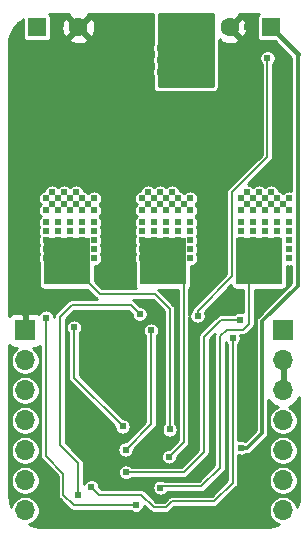
<source format=gbr>
%TF.GenerationSoftware,KiCad,Pcbnew,(5.1.9)-1*%
%TF.CreationDate,2021-11-17T21:41:55-08:00*%
%TF.ProjectId,MCL-102 Bridge,4d434c2d-3130-4322-9042-72696467652e,rev?*%
%TF.SameCoordinates,Original*%
%TF.FileFunction,Copper,L4,Bot*%
%TF.FilePolarity,Positive*%
%FSLAX46Y46*%
G04 Gerber Fmt 4.6, Leading zero omitted, Abs format (unit mm)*
G04 Created by KiCad (PCBNEW (5.1.9)-1) date 2021-11-17 21:41:55*
%MOMM*%
%LPD*%
G01*
G04 APERTURE LIST*
%TA.AperFunction,ComponentPad*%
%ADD10R,1.600000X1.600000*%
%TD*%
%TA.AperFunction,ComponentPad*%
%ADD11C,1.600000*%
%TD*%
%TA.AperFunction,ComponentPad*%
%ADD12O,1.700000X1.700000*%
%TD*%
%TA.AperFunction,ComponentPad*%
%ADD13R,1.700000X1.700000*%
%TD*%
%TA.AperFunction,SMDPad,CuDef*%
%ADD14R,4.000000X4.000000*%
%TD*%
%TA.AperFunction,ViaPad*%
%ADD15C,0.609600*%
%TD*%
%TA.AperFunction,Conductor*%
%ADD16C,0.203200*%
%TD*%
%TA.AperFunction,Conductor*%
%ADD17C,0.406400*%
%TD*%
%TA.AperFunction,Conductor*%
%ADD18C,0.304800*%
%TD*%
%TA.AperFunction,Conductor*%
%ADD19C,0.254000*%
%TD*%
%TA.AperFunction,Conductor*%
%ADD20C,0.100000*%
%TD*%
G04 APERTURE END LIST*
D10*
%TO.P,C13,1*%
%TO.N,VCC*%
X149606000Y-84328000D03*
D11*
%TO.P,C13,2*%
%TO.N,GND*%
X146106000Y-84328000D03*
%TD*%
%TO.P,C1,2*%
%TO.N,GND*%
X133294000Y-84328000D03*
D10*
%TO.P,C1,1*%
%TO.N,VCC*%
X129794000Y-84328000D03*
%TD*%
D12*
%TO.P,J1,7*%
%TO.N,/CL*%
X128778000Y-125222000D03*
%TO.P,J1,6*%
%TO.N,/BL*%
X128778000Y-122682000D03*
%TO.P,J1,5*%
%TO.N,/AL*%
X128778000Y-120142000D03*
%TO.P,J1,4*%
%TO.N,/CH*%
X128778000Y-117602000D03*
%TO.P,J1,3*%
%TO.N,/BH*%
X128778000Y-115062000D03*
%TO.P,J1,2*%
%TO.N,/AH*%
X128778000Y-112522000D03*
D13*
%TO.P,J1,1*%
%TO.N,GND*%
X128778000Y-109982000D03*
%TD*%
D12*
%TO.P,IO1,7*%
%TO.N,/Temp*%
X150622000Y-125222000D03*
%TO.P,IO1,6*%
%TO.N,/VBAT*%
X150622000Y-122682000D03*
%TO.P,IO1,5*%
%TO.N,/IMON*%
X150622000Y-120142000D03*
%TO.P,IO1,4*%
%TO.N,+3V3*%
X150622000Y-117602000D03*
%TO.P,IO1,3*%
%TO.N,GND*%
X150622000Y-115062000D03*
%TO.P,IO1,2*%
X150622000Y-112522000D03*
D13*
%TO.P,IO1,1*%
%TO.N,VDD*%
X150622000Y-109982000D03*
%TD*%
D14*
%TO.P,J5,1*%
%TO.N,/MA*%
X132334000Y-104140000D03*
%TD*%
%TO.P,J3,1*%
%TO.N,GND*%
X136652000Y-87630000D03*
%TD*%
%TO.P,J2,1*%
%TO.N,Net-(J2-Pad1)*%
X142240000Y-87376000D03*
%TD*%
%TO.P,J4,1*%
%TO.N,/MB*%
X140462000Y-104140000D03*
%TD*%
%TO.P,J6,1*%
%TO.N,/MC*%
X148590000Y-104140000D03*
%TD*%
D15*
%TO.N,GND*%
X137922000Y-94742000D03*
X135890000Y-94742000D03*
X135890000Y-95758000D03*
X137414000Y-98298000D03*
X137414000Y-97282000D03*
X136398000Y-97282000D03*
X136398000Y-99314000D03*
X137922000Y-95758000D03*
X136398000Y-96266000D03*
X136906000Y-97790000D03*
X136906000Y-98806000D03*
X135890000Y-96774000D03*
X136906000Y-96774000D03*
X137414000Y-99314000D03*
X135890000Y-97790000D03*
X137414000Y-96266000D03*
X136398000Y-95250000D03*
X136906000Y-94742000D03*
X137414000Y-95250000D03*
X136906000Y-95758000D03*
X136398000Y-98298000D03*
X146050000Y-94742000D03*
X144018000Y-94742000D03*
X144018000Y-95758000D03*
X145542000Y-98298000D03*
X145542000Y-97282000D03*
X144526000Y-97282000D03*
X144526000Y-99314000D03*
X144526000Y-96266000D03*
X145034000Y-97790000D03*
X145034000Y-98806000D03*
X144018000Y-96774000D03*
X145034000Y-96774000D03*
X145542000Y-99314000D03*
X144018000Y-97790000D03*
X145542000Y-96266000D03*
X144526000Y-95250000D03*
X145034000Y-94742000D03*
X145542000Y-95250000D03*
X145034000Y-95758000D03*
X144526000Y-98298000D03*
X128778000Y-93980000D03*
X129286000Y-93218000D03*
X137414000Y-93218000D03*
X136906000Y-93980000D03*
X136652000Y-93218000D03*
X136144000Y-93980000D03*
X145542000Y-93218000D03*
X144780000Y-93218000D03*
X145034000Y-93980000D03*
X144272000Y-93980000D03*
X135204200Y-111569500D03*
X135166100Y-110299500D03*
X131114800Y-123545600D03*
X134442200Y-122123200D03*
X147116800Y-122631200D03*
X147091400Y-118237000D03*
X135128000Y-114821000D03*
X147574000Y-84328000D03*
X132842000Y-86106000D03*
X147320000Y-115849402D03*
X127762000Y-94742000D03*
X128778000Y-94742000D03*
X129794000Y-94742000D03*
X129286000Y-95250000D03*
X128270000Y-95250000D03*
X127762000Y-95758000D03*
X128778000Y-95758000D03*
X129794000Y-95758000D03*
X129286000Y-96266000D03*
X128270000Y-96266000D03*
X127762000Y-96774000D03*
X128778000Y-96774000D03*
X129286000Y-97282000D03*
X128270000Y-97282000D03*
X127762000Y-97790000D03*
X128778000Y-97790000D03*
X129286000Y-98298000D03*
X128270000Y-98298000D03*
X127762000Y-98806000D03*
X128778000Y-98806000D03*
X129286000Y-99314000D03*
X128270000Y-99314000D03*
X128016000Y-100838000D03*
X128016000Y-102108000D03*
X129286000Y-102108000D03*
X129286000Y-100838000D03*
X146050000Y-93980000D03*
X143510000Y-94234000D03*
X143510000Y-93472000D03*
X135382000Y-94234000D03*
X135382000Y-93472000D03*
X137922000Y-93980000D03*
X129794000Y-93980000D03*
X127762000Y-93980000D03*
X127762000Y-93218000D03*
X146050000Y-95758000D03*
X145796000Y-124841000D03*
X131064000Y-124460000D03*
X144780000Y-125222000D03*
X143256000Y-125222000D03*
X142240000Y-125222000D03*
X132080000Y-125222000D03*
X148844000Y-119888000D03*
X138430000Y-112268000D03*
X136906000Y-111506000D03*
X137668000Y-109982000D03*
X136652000Y-109220000D03*
X135636000Y-108966000D03*
X133858000Y-111252000D03*
X130810000Y-125222000D03*
X145542000Y-122428000D03*
X144272000Y-123698000D03*
X143002000Y-110236000D03*
X144526000Y-120904000D03*
%TO.N,VCC*%
X147091400Y-119913400D03*
%TO.N,/MA*%
X131572000Y-98806000D03*
X133604000Y-98806000D03*
X130556000Y-98806000D03*
X132588000Y-98806000D03*
X134620000Y-98806000D03*
X132080000Y-99314000D03*
X134112000Y-99314000D03*
X131064000Y-99314000D03*
X133096000Y-99314000D03*
X131572000Y-99822000D03*
X133604000Y-99822000D03*
X130556000Y-99822000D03*
X132588000Y-99822000D03*
X132080000Y-98298000D03*
X131064000Y-98298000D03*
X133096000Y-98298000D03*
X131572000Y-100838000D03*
X133604000Y-100838000D03*
X130556000Y-100838000D03*
X132588000Y-100838000D03*
X134620000Y-100838000D03*
X131572000Y-101600000D03*
X133604000Y-101600000D03*
X130556000Y-101600000D03*
X132588000Y-101600000D03*
X134620000Y-101600000D03*
X131572000Y-102362000D03*
X133604000Y-102362000D03*
X130556000Y-102362000D03*
X132588000Y-102362000D03*
X134620000Y-102362000D03*
X131572000Y-103124000D03*
X133604000Y-103124000D03*
X130556000Y-103124000D03*
X132588000Y-103124000D03*
X134620000Y-103124000D03*
X134620000Y-99822000D03*
X134620000Y-103886000D03*
X133604000Y-103886000D03*
X132588000Y-103886000D03*
X131572000Y-103886000D03*
X130556000Y-103886000D03*
X141020800Y-118364000D03*
%TO.N,/MB*%
X138684000Y-102362000D03*
X140716000Y-103124000D03*
X138684000Y-101600000D03*
X139700000Y-102362000D03*
X141732000Y-102362000D03*
X139700000Y-101600000D03*
X142748000Y-102362000D03*
X138684000Y-98806000D03*
X140716000Y-102362000D03*
X140716000Y-99822000D03*
X141732000Y-101600000D03*
X139700000Y-99822000D03*
X142748000Y-98806000D03*
X141732000Y-103124000D03*
X138684000Y-103124000D03*
X141732000Y-99822000D03*
X141732000Y-98806000D03*
X139700000Y-98806000D03*
X142748000Y-99822000D03*
X140208000Y-99314000D03*
X140716000Y-98806000D03*
X142240000Y-99314000D03*
X139192000Y-99314000D03*
X141224000Y-99314000D03*
X138684000Y-99822000D03*
X139700000Y-103124000D03*
X142748000Y-103124000D03*
X139700000Y-103886000D03*
X140716000Y-100838000D03*
X138684000Y-100838000D03*
X142748000Y-101600000D03*
X141224000Y-98298000D03*
X141732000Y-100838000D03*
X140208000Y-98298000D03*
X140716000Y-101600000D03*
X142748000Y-100838000D03*
X139192000Y-98298000D03*
X139700000Y-100838000D03*
X141732000Y-103886000D03*
X138684000Y-103886000D03*
X140716000Y-103886000D03*
X142748000Y-103886000D03*
X140970000Y-120675400D03*
%TO.N,/MC*%
X147066000Y-102362000D03*
X149098000Y-103124000D03*
X147066000Y-101600000D03*
X148082000Y-102362000D03*
X150114000Y-102362000D03*
X148082000Y-101600000D03*
X151130000Y-102362000D03*
X147066000Y-98806000D03*
X149098000Y-102362000D03*
X149098000Y-99822000D03*
X150114000Y-101600000D03*
X148082000Y-99822000D03*
X151130000Y-98806000D03*
X150114000Y-103124000D03*
X147066000Y-103124000D03*
X150114000Y-99822000D03*
X150114000Y-98806000D03*
X148082000Y-98806000D03*
X151130000Y-99822000D03*
X148590000Y-99314000D03*
X149098000Y-98806000D03*
X150622000Y-99314000D03*
X147574000Y-99314000D03*
X149606000Y-99314000D03*
X147066000Y-99822000D03*
X148082000Y-103124000D03*
X151130000Y-103124000D03*
X148082000Y-103886000D03*
X149098000Y-100838000D03*
X147066000Y-100838000D03*
X151130000Y-101600000D03*
X149606000Y-98298000D03*
X150114000Y-100838000D03*
X148590000Y-98298000D03*
X149098000Y-101600000D03*
X151130000Y-100838000D03*
X147574000Y-98298000D03*
X148082000Y-100838000D03*
X150114000Y-103886000D03*
X147066000Y-103886000D03*
X149098000Y-103886000D03*
X151130000Y-103886000D03*
X140233400Y-123291600D03*
%TO.N,/IMON*%
X149301200Y-86918800D03*
X143383000Y-108737400D03*
%TO.N,/AHO*%
X137033000Y-118110000D03*
X132918200Y-109728000D03*
%TO.N,/ALO*%
X130556002Y-108889800D03*
X138176000Y-124764800D03*
%TO.N,/BHO*%
X137287000Y-120065800D03*
X139446000Y-109982000D03*
%TO.N,/BLO*%
X138480800Y-108585000D03*
X133273800Y-123952000D03*
%TO.N,/CHO*%
X137312400Y-121996200D03*
X146989800Y-109067600D03*
%TO.N,/CLO*%
X134391400Y-123240800D03*
X146354800Y-110642400D03*
%TO.N,Net-(J2-Pad1)*%
X141732000Y-87630000D03*
X143764000Y-87630000D03*
X142748000Y-87630000D03*
X140716000Y-87630000D03*
X141224000Y-88138000D03*
X143256000Y-88138000D03*
X142240000Y-88138000D03*
X140208000Y-88138000D03*
X140208000Y-87122000D03*
X144399000Y-84328000D03*
X143764000Y-84582000D03*
X144272000Y-85090000D03*
X140208000Y-86106000D03*
X144272000Y-87122000D03*
X144272000Y-86106000D03*
X143256000Y-87122000D03*
X142240000Y-87122000D03*
X141224000Y-87122000D03*
X140462000Y-84836000D03*
X143002000Y-84328000D03*
X141732000Y-84582000D03*
X141097000Y-84455000D03*
X142367000Y-84328000D03*
X142748000Y-85598000D03*
X143764000Y-85598000D03*
X142240000Y-85090000D03*
X143256000Y-85090000D03*
X141732000Y-85598000D03*
X141224000Y-85090000D03*
X140716000Y-85598000D03*
X143764000Y-86614000D03*
X143256000Y-86106000D03*
X142748000Y-86614000D03*
X142240000Y-86106000D03*
X141732000Y-86614000D03*
X141224000Y-86106000D03*
X140716000Y-86614000D03*
%TD*%
D16*
%TO.N,GND*%
X136144000Y-86106000D02*
X136652000Y-85598000D01*
X132842000Y-86106000D02*
X136144000Y-86106000D01*
D17*
%TO.N,VCC*%
X151866600Y-86588600D02*
X149606000Y-84328000D01*
D18*
X148844000Y-109207300D02*
X151866600Y-106184700D01*
X148844000Y-118668800D02*
X148844000Y-117348000D01*
X147599400Y-119913400D02*
X148844000Y-118668800D01*
X151866600Y-106184700D02*
X151866600Y-86588600D01*
X147091400Y-119913400D02*
X147599400Y-119913400D01*
X148844000Y-117348000D02*
X148844000Y-116078000D01*
X148844000Y-113792000D02*
X148844000Y-111760000D01*
X148844000Y-116078000D02*
X148844000Y-113792000D01*
X148844000Y-111760000D02*
X148844000Y-109207300D01*
D16*
%TO.N,/MA*%
X132334000Y-104140000D02*
X135102600Y-106908600D01*
X135102600Y-106908600D02*
X139776200Y-106908600D01*
X139776200Y-106908600D02*
X141020800Y-108153200D01*
X141020800Y-108153200D02*
X141020800Y-118364000D01*
%TO.N,/MB*%
X142214600Y-104140000D02*
X140462000Y-104140000D01*
X142214600Y-119430800D02*
X142214600Y-104140000D01*
X140970000Y-120675400D02*
X142214600Y-119430800D01*
%TO.N,/MC*%
X147726400Y-105003600D02*
X148590000Y-104140000D01*
X147726400Y-109397800D02*
X147726400Y-105003600D01*
X147218400Y-109905800D02*
X147726400Y-109397800D01*
X145846800Y-109905800D02*
X147218400Y-109905800D01*
X145288000Y-110464600D02*
X145846800Y-109905800D01*
X145288000Y-121615200D02*
X145288000Y-110464600D01*
X143713200Y-123190000D02*
X145288000Y-121615200D01*
X140335000Y-123190000D02*
X143713200Y-123190000D01*
X140233400Y-123291600D02*
X140335000Y-123190000D01*
%TO.N,/IMON*%
X143383000Y-108305600D02*
X143383000Y-108737400D01*
X146288399Y-105400201D02*
X143383000Y-108305600D01*
X146288399Y-101898719D02*
X146288399Y-105400201D01*
X146304000Y-101883118D02*
X146288399Y-101898719D01*
X146304000Y-98298000D02*
X146304000Y-101883118D01*
X149301200Y-95300800D02*
X146304000Y-98298000D01*
X149301200Y-86918800D02*
X149301200Y-95300800D01*
%TO.N,/AHO*%
X132918200Y-113995200D02*
X132918200Y-109728000D01*
X137033000Y-118110000D02*
X132918200Y-113995200D01*
%TO.N,/ALO*%
X132892800Y-124764800D02*
X138176000Y-124764800D01*
X132029200Y-123901200D02*
X132892800Y-124764800D01*
X132029200Y-122097800D02*
X132029200Y-123901200D01*
X130556002Y-120624602D02*
X132029200Y-122097800D01*
X130556002Y-108889800D02*
X130556002Y-120624602D01*
%TO.N,/BHO*%
X139446000Y-117906800D02*
X139446000Y-109982000D01*
X137287000Y-120065800D02*
X139446000Y-117906800D01*
%TO.N,/BLO*%
X133273800Y-121208800D02*
X133273800Y-123952000D01*
X131724400Y-119659400D02*
X133273800Y-121208800D01*
X131724400Y-108813600D02*
X131724400Y-119659400D01*
X132715000Y-107823000D02*
X131724400Y-108813600D01*
X137718800Y-107823000D02*
X132715000Y-107823000D01*
X138480800Y-108585000D02*
X137718800Y-107823000D01*
%TO.N,/CHO*%
X145364200Y-109067600D02*
X146989800Y-109067600D01*
X143916400Y-110515400D02*
X145364200Y-109067600D01*
X143916400Y-120294400D02*
X143916400Y-110515400D01*
X142214600Y-121996200D02*
X143916400Y-120294400D01*
X137312400Y-121996200D02*
X142214600Y-121996200D01*
%TO.N,/CLO*%
X144780000Y-124460000D02*
X146354800Y-122885200D01*
X140716000Y-124968000D02*
X141224000Y-124460000D01*
X146354800Y-122885200D02*
X146354800Y-110642400D01*
X139700000Y-124968000D02*
X140716000Y-124968000D01*
X138633200Y-123901200D02*
X139700000Y-124968000D01*
X141224000Y-124460000D02*
X144780000Y-124460000D01*
X135051800Y-123901200D02*
X138633200Y-123901200D01*
X134391400Y-123240800D02*
X135051800Y-123901200D01*
%TD*%
D19*
%TO.N,GND*%
X127476815Y-111283185D02*
X127573506Y-111362537D01*
X127683820Y-111421502D01*
X127803518Y-111457812D01*
X127928000Y-111470072D01*
X128138294Y-111468927D01*
X127993283Y-111565820D01*
X127821820Y-111737283D01*
X127687102Y-111938903D01*
X127594307Y-112162931D01*
X127547000Y-112400757D01*
X127547000Y-112643243D01*
X127594307Y-112881069D01*
X127687102Y-113105097D01*
X127821820Y-113306717D01*
X127993283Y-113478180D01*
X128194903Y-113612898D01*
X128418931Y-113705693D01*
X128656757Y-113753000D01*
X128899243Y-113753000D01*
X129137069Y-113705693D01*
X129361097Y-113612898D01*
X129562717Y-113478180D01*
X129734180Y-113306717D01*
X129868898Y-113105097D01*
X129961693Y-112881069D01*
X130009000Y-112643243D01*
X130009000Y-112400757D01*
X129961693Y-112162931D01*
X129868898Y-111938903D01*
X129734180Y-111737283D01*
X129562717Y-111565820D01*
X129417706Y-111468927D01*
X129628000Y-111470072D01*
X129752482Y-111457812D01*
X129872180Y-111421502D01*
X129982494Y-111362537D01*
X130073402Y-111287931D01*
X130073403Y-120600887D01*
X130071067Y-120624602D01*
X130080386Y-120719208D01*
X130107980Y-120810178D01*
X130152794Y-120894017D01*
X130194483Y-120944815D01*
X130213102Y-120967503D01*
X130231515Y-120982614D01*
X131546600Y-122297700D01*
X131546601Y-123877485D01*
X131544265Y-123901200D01*
X131553584Y-123995806D01*
X131581178Y-124086776D01*
X131625992Y-124170615D01*
X131686300Y-124244101D01*
X131704713Y-124259212D01*
X132534788Y-125089287D01*
X132549899Y-125107701D01*
X132623385Y-125168009D01*
X132707223Y-125212822D01*
X132798193Y-125240417D01*
X132892800Y-125249735D01*
X132916507Y-125247400D01*
X137688733Y-125247400D01*
X137738828Y-125297495D01*
X137851152Y-125372548D01*
X137975960Y-125424245D01*
X138108455Y-125450600D01*
X138243545Y-125450600D01*
X138376040Y-125424245D01*
X138500848Y-125372548D01*
X138613172Y-125297495D01*
X138708695Y-125201972D01*
X138783748Y-125089648D01*
X138835445Y-124964840D01*
X138861800Y-124832345D01*
X138861800Y-124812300D01*
X139341988Y-125292488D01*
X139357099Y-125310901D01*
X139430585Y-125371209D01*
X139514423Y-125416022D01*
X139605394Y-125443617D01*
X139676293Y-125450600D01*
X139676294Y-125450600D01*
X139699999Y-125452935D01*
X139723704Y-125450600D01*
X140692295Y-125450600D01*
X140716000Y-125452935D01*
X140739705Y-125450600D01*
X140739707Y-125450600D01*
X140810606Y-125443617D01*
X140901577Y-125416022D01*
X140985415Y-125371209D01*
X141058901Y-125310901D01*
X141074017Y-125292482D01*
X141423899Y-124942600D01*
X144756295Y-124942600D01*
X144780000Y-124944935D01*
X144803705Y-124942600D01*
X144803707Y-124942600D01*
X144874606Y-124935617D01*
X144965577Y-124908022D01*
X145049415Y-124863209D01*
X145122901Y-124802901D01*
X145138017Y-124784482D01*
X146679288Y-123243212D01*
X146697701Y-123228101D01*
X146758009Y-123154615D01*
X146802822Y-123070777D01*
X146817562Y-123022185D01*
X146830417Y-122979807D01*
X146839735Y-122885200D01*
X146837400Y-122861493D01*
X146837400Y-122560757D01*
X149391000Y-122560757D01*
X149391000Y-122803243D01*
X149438307Y-123041069D01*
X149531102Y-123265097D01*
X149665820Y-123466717D01*
X149837283Y-123638180D01*
X150038903Y-123772898D01*
X150262931Y-123865693D01*
X150500757Y-123913000D01*
X150743243Y-123913000D01*
X150981069Y-123865693D01*
X151205097Y-123772898D01*
X151406717Y-123638180D01*
X151578180Y-123466717D01*
X151712898Y-123265097D01*
X151805693Y-123041069D01*
X151853000Y-122803243D01*
X151853000Y-122560757D01*
X151805693Y-122322931D01*
X151712898Y-122098903D01*
X151578180Y-121897283D01*
X151406717Y-121725820D01*
X151205097Y-121591102D01*
X150981069Y-121498307D01*
X150743243Y-121451000D01*
X150500757Y-121451000D01*
X150262931Y-121498307D01*
X150038903Y-121591102D01*
X149837283Y-121725820D01*
X149665820Y-121897283D01*
X149531102Y-122098903D01*
X149438307Y-122322931D01*
X149391000Y-122560757D01*
X146837400Y-122560757D01*
X146837400Y-120550494D01*
X146891360Y-120572845D01*
X147023855Y-120599200D01*
X147158945Y-120599200D01*
X147291440Y-120572845D01*
X147416248Y-120521148D01*
X147527517Y-120446800D01*
X147573213Y-120446800D01*
X147599400Y-120449379D01*
X147625587Y-120446800D01*
X147625595Y-120446800D01*
X147703965Y-120439081D01*
X147804511Y-120408581D01*
X147897175Y-120359051D01*
X147978395Y-120292395D01*
X147995095Y-120272046D01*
X148246384Y-120020757D01*
X149391000Y-120020757D01*
X149391000Y-120263243D01*
X149438307Y-120501069D01*
X149531102Y-120725097D01*
X149665820Y-120926717D01*
X149837283Y-121098180D01*
X150038903Y-121232898D01*
X150262931Y-121325693D01*
X150500757Y-121373000D01*
X150743243Y-121373000D01*
X150981069Y-121325693D01*
X151205097Y-121232898D01*
X151406717Y-121098180D01*
X151578180Y-120926717D01*
X151712898Y-120725097D01*
X151805693Y-120501069D01*
X151853000Y-120263243D01*
X151853000Y-120020757D01*
X151805693Y-119782931D01*
X151712898Y-119558903D01*
X151578180Y-119357283D01*
X151406717Y-119185820D01*
X151205097Y-119051102D01*
X150981069Y-118958307D01*
X150743243Y-118911000D01*
X150500757Y-118911000D01*
X150262931Y-118958307D01*
X150038903Y-119051102D01*
X149837283Y-119185820D01*
X149665820Y-119357283D01*
X149531102Y-119558903D01*
X149438307Y-119782931D01*
X149391000Y-120020757D01*
X148246384Y-120020757D01*
X149202651Y-119064491D01*
X149222995Y-119047795D01*
X149276354Y-118982778D01*
X149289651Y-118966575D01*
X149339181Y-118873911D01*
X149369681Y-118773365D01*
X149370287Y-118767209D01*
X149377400Y-118694995D01*
X149377400Y-118694988D01*
X149379979Y-118668801D01*
X149377400Y-118642614D01*
X149377400Y-115865173D01*
X149524412Y-116062269D01*
X149740645Y-116257178D01*
X149990748Y-116406157D01*
X150153168Y-116463772D01*
X150038903Y-116511102D01*
X149837283Y-116645820D01*
X149665820Y-116817283D01*
X149531102Y-117018903D01*
X149438307Y-117242931D01*
X149391000Y-117480757D01*
X149391000Y-117723243D01*
X149438307Y-117961069D01*
X149531102Y-118185097D01*
X149665820Y-118386717D01*
X149837283Y-118558180D01*
X150038903Y-118692898D01*
X150262931Y-118785693D01*
X150500757Y-118833000D01*
X150743243Y-118833000D01*
X150981069Y-118785693D01*
X151205097Y-118692898D01*
X151406717Y-118558180D01*
X151578180Y-118386717D01*
X151712898Y-118185097D01*
X151805693Y-117961069D01*
X151853000Y-117723243D01*
X151853000Y-117480757D01*
X151805693Y-117242931D01*
X151712898Y-117018903D01*
X151578180Y-116817283D01*
X151406717Y-116645820D01*
X151205097Y-116511102D01*
X151090832Y-116463772D01*
X151253252Y-116406157D01*
X151503355Y-116257178D01*
X151719588Y-116062269D01*
X151893641Y-115828920D01*
X151994001Y-115618217D01*
X151994001Y-123932136D01*
X151941774Y-124464786D01*
X151811998Y-124894626D01*
X151805693Y-124862931D01*
X151712898Y-124638903D01*
X151578180Y-124437283D01*
X151406717Y-124265820D01*
X151205097Y-124131102D01*
X150981069Y-124038307D01*
X150743243Y-123991000D01*
X150500757Y-123991000D01*
X150262931Y-124038307D01*
X150038903Y-124131102D01*
X149837283Y-124265820D01*
X149665820Y-124437283D01*
X149531102Y-124638903D01*
X149438307Y-124862931D01*
X149391000Y-125100757D01*
X149391000Y-125343243D01*
X149438307Y-125581069D01*
X149531102Y-125805097D01*
X149665820Y-126006717D01*
X149837283Y-126178180D01*
X150038903Y-126312898D01*
X150262931Y-126405693D01*
X150292009Y-126411477D01*
X149882858Y-126538130D01*
X149351300Y-126594000D01*
X130067854Y-126594000D01*
X129535214Y-126541774D01*
X129105374Y-126411998D01*
X129137069Y-126405693D01*
X129361097Y-126312898D01*
X129562717Y-126178180D01*
X129734180Y-126006717D01*
X129868898Y-125805097D01*
X129961693Y-125581069D01*
X130009000Y-125343243D01*
X130009000Y-125100757D01*
X129961693Y-124862931D01*
X129868898Y-124638903D01*
X129734180Y-124437283D01*
X129562717Y-124265820D01*
X129361097Y-124131102D01*
X129137069Y-124038307D01*
X128899243Y-123991000D01*
X128656757Y-123991000D01*
X128418931Y-124038307D01*
X128194903Y-124131102D01*
X127993283Y-124265820D01*
X127821820Y-124437283D01*
X127687102Y-124638903D01*
X127594307Y-124862931D01*
X127588523Y-124892009D01*
X127461870Y-124482858D01*
X127406000Y-123951300D01*
X127406000Y-122560757D01*
X127547000Y-122560757D01*
X127547000Y-122803243D01*
X127594307Y-123041069D01*
X127687102Y-123265097D01*
X127821820Y-123466717D01*
X127993283Y-123638180D01*
X128194903Y-123772898D01*
X128418931Y-123865693D01*
X128656757Y-123913000D01*
X128899243Y-123913000D01*
X129137069Y-123865693D01*
X129361097Y-123772898D01*
X129562717Y-123638180D01*
X129734180Y-123466717D01*
X129868898Y-123265097D01*
X129961693Y-123041069D01*
X130009000Y-122803243D01*
X130009000Y-122560757D01*
X129961693Y-122322931D01*
X129868898Y-122098903D01*
X129734180Y-121897283D01*
X129562717Y-121725820D01*
X129361097Y-121591102D01*
X129137069Y-121498307D01*
X128899243Y-121451000D01*
X128656757Y-121451000D01*
X128418931Y-121498307D01*
X128194903Y-121591102D01*
X127993283Y-121725820D01*
X127821820Y-121897283D01*
X127687102Y-122098903D01*
X127594307Y-122322931D01*
X127547000Y-122560757D01*
X127406000Y-122560757D01*
X127406000Y-120020757D01*
X127547000Y-120020757D01*
X127547000Y-120263243D01*
X127594307Y-120501069D01*
X127687102Y-120725097D01*
X127821820Y-120926717D01*
X127993283Y-121098180D01*
X128194903Y-121232898D01*
X128418931Y-121325693D01*
X128656757Y-121373000D01*
X128899243Y-121373000D01*
X129137069Y-121325693D01*
X129361097Y-121232898D01*
X129562717Y-121098180D01*
X129734180Y-120926717D01*
X129868898Y-120725097D01*
X129961693Y-120501069D01*
X130009000Y-120263243D01*
X130009000Y-120020757D01*
X129961693Y-119782931D01*
X129868898Y-119558903D01*
X129734180Y-119357283D01*
X129562717Y-119185820D01*
X129361097Y-119051102D01*
X129137069Y-118958307D01*
X128899243Y-118911000D01*
X128656757Y-118911000D01*
X128418931Y-118958307D01*
X128194903Y-119051102D01*
X127993283Y-119185820D01*
X127821820Y-119357283D01*
X127687102Y-119558903D01*
X127594307Y-119782931D01*
X127547000Y-120020757D01*
X127406000Y-120020757D01*
X127406000Y-117480757D01*
X127547000Y-117480757D01*
X127547000Y-117723243D01*
X127594307Y-117961069D01*
X127687102Y-118185097D01*
X127821820Y-118386717D01*
X127993283Y-118558180D01*
X128194903Y-118692898D01*
X128418931Y-118785693D01*
X128656757Y-118833000D01*
X128899243Y-118833000D01*
X129137069Y-118785693D01*
X129361097Y-118692898D01*
X129562717Y-118558180D01*
X129734180Y-118386717D01*
X129868898Y-118185097D01*
X129961693Y-117961069D01*
X130009000Y-117723243D01*
X130009000Y-117480757D01*
X129961693Y-117242931D01*
X129868898Y-117018903D01*
X129734180Y-116817283D01*
X129562717Y-116645820D01*
X129361097Y-116511102D01*
X129137069Y-116418307D01*
X128899243Y-116371000D01*
X128656757Y-116371000D01*
X128418931Y-116418307D01*
X128194903Y-116511102D01*
X127993283Y-116645820D01*
X127821820Y-116817283D01*
X127687102Y-117018903D01*
X127594307Y-117242931D01*
X127547000Y-117480757D01*
X127406000Y-117480757D01*
X127406000Y-114940757D01*
X127547000Y-114940757D01*
X127547000Y-115183243D01*
X127594307Y-115421069D01*
X127687102Y-115645097D01*
X127821820Y-115846717D01*
X127993283Y-116018180D01*
X128194903Y-116152898D01*
X128418931Y-116245693D01*
X128656757Y-116293000D01*
X128899243Y-116293000D01*
X129137069Y-116245693D01*
X129361097Y-116152898D01*
X129562717Y-116018180D01*
X129734180Y-115846717D01*
X129868898Y-115645097D01*
X129961693Y-115421069D01*
X130009000Y-115183243D01*
X130009000Y-114940757D01*
X129961693Y-114702931D01*
X129868898Y-114478903D01*
X129734180Y-114277283D01*
X129562717Y-114105820D01*
X129361097Y-113971102D01*
X129137069Y-113878307D01*
X128899243Y-113831000D01*
X128656757Y-113831000D01*
X128418931Y-113878307D01*
X128194903Y-113971102D01*
X127993283Y-114105820D01*
X127821820Y-114277283D01*
X127687102Y-114478903D01*
X127594307Y-114702931D01*
X127547000Y-114940757D01*
X127406000Y-114940757D01*
X127406000Y-111196896D01*
X127476815Y-111283185D01*
%TA.AperFunction,Conductor*%
D20*
G36*
X127476815Y-111283185D02*
G01*
X127573506Y-111362537D01*
X127683820Y-111421502D01*
X127803518Y-111457812D01*
X127928000Y-111470072D01*
X128138294Y-111468927D01*
X127993283Y-111565820D01*
X127821820Y-111737283D01*
X127687102Y-111938903D01*
X127594307Y-112162931D01*
X127547000Y-112400757D01*
X127547000Y-112643243D01*
X127594307Y-112881069D01*
X127687102Y-113105097D01*
X127821820Y-113306717D01*
X127993283Y-113478180D01*
X128194903Y-113612898D01*
X128418931Y-113705693D01*
X128656757Y-113753000D01*
X128899243Y-113753000D01*
X129137069Y-113705693D01*
X129361097Y-113612898D01*
X129562717Y-113478180D01*
X129734180Y-113306717D01*
X129868898Y-113105097D01*
X129961693Y-112881069D01*
X130009000Y-112643243D01*
X130009000Y-112400757D01*
X129961693Y-112162931D01*
X129868898Y-111938903D01*
X129734180Y-111737283D01*
X129562717Y-111565820D01*
X129417706Y-111468927D01*
X129628000Y-111470072D01*
X129752482Y-111457812D01*
X129872180Y-111421502D01*
X129982494Y-111362537D01*
X130073402Y-111287931D01*
X130073403Y-120600887D01*
X130071067Y-120624602D01*
X130080386Y-120719208D01*
X130107980Y-120810178D01*
X130152794Y-120894017D01*
X130194483Y-120944815D01*
X130213102Y-120967503D01*
X130231515Y-120982614D01*
X131546600Y-122297700D01*
X131546601Y-123877485D01*
X131544265Y-123901200D01*
X131553584Y-123995806D01*
X131581178Y-124086776D01*
X131625992Y-124170615D01*
X131686300Y-124244101D01*
X131704713Y-124259212D01*
X132534788Y-125089287D01*
X132549899Y-125107701D01*
X132623385Y-125168009D01*
X132707223Y-125212822D01*
X132798193Y-125240417D01*
X132892800Y-125249735D01*
X132916507Y-125247400D01*
X137688733Y-125247400D01*
X137738828Y-125297495D01*
X137851152Y-125372548D01*
X137975960Y-125424245D01*
X138108455Y-125450600D01*
X138243545Y-125450600D01*
X138376040Y-125424245D01*
X138500848Y-125372548D01*
X138613172Y-125297495D01*
X138708695Y-125201972D01*
X138783748Y-125089648D01*
X138835445Y-124964840D01*
X138861800Y-124832345D01*
X138861800Y-124812300D01*
X139341988Y-125292488D01*
X139357099Y-125310901D01*
X139430585Y-125371209D01*
X139514423Y-125416022D01*
X139605394Y-125443617D01*
X139676293Y-125450600D01*
X139676294Y-125450600D01*
X139699999Y-125452935D01*
X139723704Y-125450600D01*
X140692295Y-125450600D01*
X140716000Y-125452935D01*
X140739705Y-125450600D01*
X140739707Y-125450600D01*
X140810606Y-125443617D01*
X140901577Y-125416022D01*
X140985415Y-125371209D01*
X141058901Y-125310901D01*
X141074017Y-125292482D01*
X141423899Y-124942600D01*
X144756295Y-124942600D01*
X144780000Y-124944935D01*
X144803705Y-124942600D01*
X144803707Y-124942600D01*
X144874606Y-124935617D01*
X144965577Y-124908022D01*
X145049415Y-124863209D01*
X145122901Y-124802901D01*
X145138017Y-124784482D01*
X146679288Y-123243212D01*
X146697701Y-123228101D01*
X146758009Y-123154615D01*
X146802822Y-123070777D01*
X146817562Y-123022185D01*
X146830417Y-122979807D01*
X146839735Y-122885200D01*
X146837400Y-122861493D01*
X146837400Y-122560757D01*
X149391000Y-122560757D01*
X149391000Y-122803243D01*
X149438307Y-123041069D01*
X149531102Y-123265097D01*
X149665820Y-123466717D01*
X149837283Y-123638180D01*
X150038903Y-123772898D01*
X150262931Y-123865693D01*
X150500757Y-123913000D01*
X150743243Y-123913000D01*
X150981069Y-123865693D01*
X151205097Y-123772898D01*
X151406717Y-123638180D01*
X151578180Y-123466717D01*
X151712898Y-123265097D01*
X151805693Y-123041069D01*
X151853000Y-122803243D01*
X151853000Y-122560757D01*
X151805693Y-122322931D01*
X151712898Y-122098903D01*
X151578180Y-121897283D01*
X151406717Y-121725820D01*
X151205097Y-121591102D01*
X150981069Y-121498307D01*
X150743243Y-121451000D01*
X150500757Y-121451000D01*
X150262931Y-121498307D01*
X150038903Y-121591102D01*
X149837283Y-121725820D01*
X149665820Y-121897283D01*
X149531102Y-122098903D01*
X149438307Y-122322931D01*
X149391000Y-122560757D01*
X146837400Y-122560757D01*
X146837400Y-120550494D01*
X146891360Y-120572845D01*
X147023855Y-120599200D01*
X147158945Y-120599200D01*
X147291440Y-120572845D01*
X147416248Y-120521148D01*
X147527517Y-120446800D01*
X147573213Y-120446800D01*
X147599400Y-120449379D01*
X147625587Y-120446800D01*
X147625595Y-120446800D01*
X147703965Y-120439081D01*
X147804511Y-120408581D01*
X147897175Y-120359051D01*
X147978395Y-120292395D01*
X147995095Y-120272046D01*
X148246384Y-120020757D01*
X149391000Y-120020757D01*
X149391000Y-120263243D01*
X149438307Y-120501069D01*
X149531102Y-120725097D01*
X149665820Y-120926717D01*
X149837283Y-121098180D01*
X150038903Y-121232898D01*
X150262931Y-121325693D01*
X150500757Y-121373000D01*
X150743243Y-121373000D01*
X150981069Y-121325693D01*
X151205097Y-121232898D01*
X151406717Y-121098180D01*
X151578180Y-120926717D01*
X151712898Y-120725097D01*
X151805693Y-120501069D01*
X151853000Y-120263243D01*
X151853000Y-120020757D01*
X151805693Y-119782931D01*
X151712898Y-119558903D01*
X151578180Y-119357283D01*
X151406717Y-119185820D01*
X151205097Y-119051102D01*
X150981069Y-118958307D01*
X150743243Y-118911000D01*
X150500757Y-118911000D01*
X150262931Y-118958307D01*
X150038903Y-119051102D01*
X149837283Y-119185820D01*
X149665820Y-119357283D01*
X149531102Y-119558903D01*
X149438307Y-119782931D01*
X149391000Y-120020757D01*
X148246384Y-120020757D01*
X149202651Y-119064491D01*
X149222995Y-119047795D01*
X149276354Y-118982778D01*
X149289651Y-118966575D01*
X149339181Y-118873911D01*
X149369681Y-118773365D01*
X149370287Y-118767209D01*
X149377400Y-118694995D01*
X149377400Y-118694988D01*
X149379979Y-118668801D01*
X149377400Y-118642614D01*
X149377400Y-115865173D01*
X149524412Y-116062269D01*
X149740645Y-116257178D01*
X149990748Y-116406157D01*
X150153168Y-116463772D01*
X150038903Y-116511102D01*
X149837283Y-116645820D01*
X149665820Y-116817283D01*
X149531102Y-117018903D01*
X149438307Y-117242931D01*
X149391000Y-117480757D01*
X149391000Y-117723243D01*
X149438307Y-117961069D01*
X149531102Y-118185097D01*
X149665820Y-118386717D01*
X149837283Y-118558180D01*
X150038903Y-118692898D01*
X150262931Y-118785693D01*
X150500757Y-118833000D01*
X150743243Y-118833000D01*
X150981069Y-118785693D01*
X151205097Y-118692898D01*
X151406717Y-118558180D01*
X151578180Y-118386717D01*
X151712898Y-118185097D01*
X151805693Y-117961069D01*
X151853000Y-117723243D01*
X151853000Y-117480757D01*
X151805693Y-117242931D01*
X151712898Y-117018903D01*
X151578180Y-116817283D01*
X151406717Y-116645820D01*
X151205097Y-116511102D01*
X151090832Y-116463772D01*
X151253252Y-116406157D01*
X151503355Y-116257178D01*
X151719588Y-116062269D01*
X151893641Y-115828920D01*
X151994001Y-115618217D01*
X151994001Y-123932136D01*
X151941774Y-124464786D01*
X151811998Y-124894626D01*
X151805693Y-124862931D01*
X151712898Y-124638903D01*
X151578180Y-124437283D01*
X151406717Y-124265820D01*
X151205097Y-124131102D01*
X150981069Y-124038307D01*
X150743243Y-123991000D01*
X150500757Y-123991000D01*
X150262931Y-124038307D01*
X150038903Y-124131102D01*
X149837283Y-124265820D01*
X149665820Y-124437283D01*
X149531102Y-124638903D01*
X149438307Y-124862931D01*
X149391000Y-125100757D01*
X149391000Y-125343243D01*
X149438307Y-125581069D01*
X149531102Y-125805097D01*
X149665820Y-126006717D01*
X149837283Y-126178180D01*
X150038903Y-126312898D01*
X150262931Y-126405693D01*
X150292009Y-126411477D01*
X149882858Y-126538130D01*
X149351300Y-126594000D01*
X130067854Y-126594000D01*
X129535214Y-126541774D01*
X129105374Y-126411998D01*
X129137069Y-126405693D01*
X129361097Y-126312898D01*
X129562717Y-126178180D01*
X129734180Y-126006717D01*
X129868898Y-125805097D01*
X129961693Y-125581069D01*
X130009000Y-125343243D01*
X130009000Y-125100757D01*
X129961693Y-124862931D01*
X129868898Y-124638903D01*
X129734180Y-124437283D01*
X129562717Y-124265820D01*
X129361097Y-124131102D01*
X129137069Y-124038307D01*
X128899243Y-123991000D01*
X128656757Y-123991000D01*
X128418931Y-124038307D01*
X128194903Y-124131102D01*
X127993283Y-124265820D01*
X127821820Y-124437283D01*
X127687102Y-124638903D01*
X127594307Y-124862931D01*
X127588523Y-124892009D01*
X127461870Y-124482858D01*
X127406000Y-123951300D01*
X127406000Y-122560757D01*
X127547000Y-122560757D01*
X127547000Y-122803243D01*
X127594307Y-123041069D01*
X127687102Y-123265097D01*
X127821820Y-123466717D01*
X127993283Y-123638180D01*
X128194903Y-123772898D01*
X128418931Y-123865693D01*
X128656757Y-123913000D01*
X128899243Y-123913000D01*
X129137069Y-123865693D01*
X129361097Y-123772898D01*
X129562717Y-123638180D01*
X129734180Y-123466717D01*
X129868898Y-123265097D01*
X129961693Y-123041069D01*
X130009000Y-122803243D01*
X130009000Y-122560757D01*
X129961693Y-122322931D01*
X129868898Y-122098903D01*
X129734180Y-121897283D01*
X129562717Y-121725820D01*
X129361097Y-121591102D01*
X129137069Y-121498307D01*
X128899243Y-121451000D01*
X128656757Y-121451000D01*
X128418931Y-121498307D01*
X128194903Y-121591102D01*
X127993283Y-121725820D01*
X127821820Y-121897283D01*
X127687102Y-122098903D01*
X127594307Y-122322931D01*
X127547000Y-122560757D01*
X127406000Y-122560757D01*
X127406000Y-120020757D01*
X127547000Y-120020757D01*
X127547000Y-120263243D01*
X127594307Y-120501069D01*
X127687102Y-120725097D01*
X127821820Y-120926717D01*
X127993283Y-121098180D01*
X128194903Y-121232898D01*
X128418931Y-121325693D01*
X128656757Y-121373000D01*
X128899243Y-121373000D01*
X129137069Y-121325693D01*
X129361097Y-121232898D01*
X129562717Y-121098180D01*
X129734180Y-120926717D01*
X129868898Y-120725097D01*
X129961693Y-120501069D01*
X130009000Y-120263243D01*
X130009000Y-120020757D01*
X129961693Y-119782931D01*
X129868898Y-119558903D01*
X129734180Y-119357283D01*
X129562717Y-119185820D01*
X129361097Y-119051102D01*
X129137069Y-118958307D01*
X128899243Y-118911000D01*
X128656757Y-118911000D01*
X128418931Y-118958307D01*
X128194903Y-119051102D01*
X127993283Y-119185820D01*
X127821820Y-119357283D01*
X127687102Y-119558903D01*
X127594307Y-119782931D01*
X127547000Y-120020757D01*
X127406000Y-120020757D01*
X127406000Y-117480757D01*
X127547000Y-117480757D01*
X127547000Y-117723243D01*
X127594307Y-117961069D01*
X127687102Y-118185097D01*
X127821820Y-118386717D01*
X127993283Y-118558180D01*
X128194903Y-118692898D01*
X128418931Y-118785693D01*
X128656757Y-118833000D01*
X128899243Y-118833000D01*
X129137069Y-118785693D01*
X129361097Y-118692898D01*
X129562717Y-118558180D01*
X129734180Y-118386717D01*
X129868898Y-118185097D01*
X129961693Y-117961069D01*
X130009000Y-117723243D01*
X130009000Y-117480757D01*
X129961693Y-117242931D01*
X129868898Y-117018903D01*
X129734180Y-116817283D01*
X129562717Y-116645820D01*
X129361097Y-116511102D01*
X129137069Y-116418307D01*
X128899243Y-116371000D01*
X128656757Y-116371000D01*
X128418931Y-116418307D01*
X128194903Y-116511102D01*
X127993283Y-116645820D01*
X127821820Y-116817283D01*
X127687102Y-117018903D01*
X127594307Y-117242931D01*
X127547000Y-117480757D01*
X127406000Y-117480757D01*
X127406000Y-114940757D01*
X127547000Y-114940757D01*
X127547000Y-115183243D01*
X127594307Y-115421069D01*
X127687102Y-115645097D01*
X127821820Y-115846717D01*
X127993283Y-116018180D01*
X128194903Y-116152898D01*
X128418931Y-116245693D01*
X128656757Y-116293000D01*
X128899243Y-116293000D01*
X129137069Y-116245693D01*
X129361097Y-116152898D01*
X129562717Y-116018180D01*
X129734180Y-115846717D01*
X129868898Y-115645097D01*
X129961693Y-115421069D01*
X130009000Y-115183243D01*
X130009000Y-114940757D01*
X129961693Y-114702931D01*
X129868898Y-114478903D01*
X129734180Y-114277283D01*
X129562717Y-114105820D01*
X129361097Y-113971102D01*
X129137069Y-113878307D01*
X128899243Y-113831000D01*
X128656757Y-113831000D01*
X128418931Y-113878307D01*
X128194903Y-113971102D01*
X127993283Y-114105820D01*
X127821820Y-114277283D01*
X127687102Y-114478903D01*
X127594307Y-114702931D01*
X127547000Y-114940757D01*
X127406000Y-114940757D01*
X127406000Y-111196896D01*
X127476815Y-111283185D01*
G37*
%TD.AperFunction*%
D19*
X146214513Y-106214689D02*
X146236299Y-106286508D01*
X146271678Y-106352696D01*
X146319289Y-106410711D01*
X146377304Y-106458322D01*
X146443492Y-106493701D01*
X146515311Y-106515487D01*
X146590000Y-106522843D01*
X147243801Y-106522843D01*
X147243800Y-108430506D01*
X147189840Y-108408155D01*
X147057345Y-108381800D01*
X146922255Y-108381800D01*
X146789760Y-108408155D01*
X146664952Y-108459852D01*
X146552628Y-108534905D01*
X146502533Y-108585000D01*
X145387896Y-108585000D01*
X145364199Y-108582666D01*
X145340502Y-108585000D01*
X145340493Y-108585000D01*
X145269594Y-108591983D01*
X145178623Y-108619578D01*
X145094785Y-108664391D01*
X145021299Y-108724699D01*
X145006183Y-108743118D01*
X143591913Y-110157388D01*
X143573500Y-110172499D01*
X143558389Y-110190912D01*
X143558387Y-110190914D01*
X143513192Y-110245985D01*
X143468378Y-110329824D01*
X143440784Y-110420794D01*
X143431465Y-110515400D01*
X143433801Y-110539115D01*
X143433800Y-120094500D01*
X142014701Y-121513600D01*
X137799667Y-121513600D01*
X137749572Y-121463505D01*
X137637248Y-121388452D01*
X137512440Y-121336755D01*
X137379945Y-121310400D01*
X137244855Y-121310400D01*
X137112360Y-121336755D01*
X136987552Y-121388452D01*
X136875228Y-121463505D01*
X136779705Y-121559028D01*
X136704652Y-121671352D01*
X136652955Y-121796160D01*
X136626600Y-121928655D01*
X136626600Y-122063745D01*
X136652955Y-122196240D01*
X136704652Y-122321048D01*
X136779705Y-122433372D01*
X136875228Y-122528895D01*
X136987552Y-122603948D01*
X137112360Y-122655645D01*
X137244855Y-122682000D01*
X137379945Y-122682000D01*
X137512440Y-122655645D01*
X137637248Y-122603948D01*
X137749572Y-122528895D01*
X137799667Y-122478800D01*
X142190895Y-122478800D01*
X142214600Y-122481135D01*
X142238305Y-122478800D01*
X142238307Y-122478800D01*
X142309206Y-122471817D01*
X142400177Y-122444222D01*
X142484015Y-122399409D01*
X142557501Y-122339101D01*
X142572617Y-122320682D01*
X144240888Y-120652412D01*
X144259301Y-120637301D01*
X144319609Y-120563815D01*
X144364422Y-120479977D01*
X144392017Y-120389006D01*
X144395803Y-120350572D01*
X144401335Y-120294400D01*
X144399000Y-120270693D01*
X144399000Y-110715299D01*
X144845379Y-110268920D01*
X144839978Y-110279024D01*
X144812384Y-110369994D01*
X144803065Y-110464600D01*
X144805401Y-110488315D01*
X144805400Y-121415300D01*
X143513301Y-122707400D01*
X140593490Y-122707400D01*
X140558248Y-122683852D01*
X140433440Y-122632155D01*
X140300945Y-122605800D01*
X140165855Y-122605800D01*
X140033360Y-122632155D01*
X139908552Y-122683852D01*
X139796228Y-122758905D01*
X139700705Y-122854428D01*
X139625652Y-122966752D01*
X139573955Y-123091560D01*
X139547600Y-123224055D01*
X139547600Y-123359145D01*
X139573955Y-123491640D01*
X139625652Y-123616448D01*
X139700705Y-123728772D01*
X139796228Y-123824295D01*
X139908552Y-123899348D01*
X140033360Y-123951045D01*
X140165855Y-123977400D01*
X140300945Y-123977400D01*
X140433440Y-123951045D01*
X140558248Y-123899348D01*
X140670572Y-123824295D01*
X140766095Y-123728772D01*
X140803628Y-123672600D01*
X143689495Y-123672600D01*
X143713200Y-123674935D01*
X143736905Y-123672600D01*
X143736907Y-123672600D01*
X143807806Y-123665617D01*
X143898777Y-123638022D01*
X143982615Y-123593209D01*
X144056101Y-123532901D01*
X144071217Y-123514482D01*
X145612488Y-121973212D01*
X145630901Y-121958101D01*
X145691209Y-121884615D01*
X145736022Y-121800777D01*
X145758467Y-121726785D01*
X145763617Y-121709807D01*
X145772935Y-121615200D01*
X145770600Y-121591493D01*
X145770600Y-111002490D01*
X145822105Y-111079572D01*
X145872201Y-111129668D01*
X145872200Y-122685300D01*
X144580101Y-123977400D01*
X141247696Y-123977400D01*
X141223999Y-123975066D01*
X141200302Y-123977400D01*
X141200293Y-123977400D01*
X141129394Y-123984383D01*
X141038423Y-124011978D01*
X140954585Y-124056791D01*
X140881099Y-124117099D01*
X140865983Y-124135518D01*
X140516101Y-124485400D01*
X139899900Y-124485400D01*
X138991217Y-123576718D01*
X138976101Y-123558299D01*
X138902615Y-123497991D01*
X138818777Y-123453178D01*
X138727806Y-123425583D01*
X138656907Y-123418600D01*
X138656905Y-123418600D01*
X138633200Y-123416265D01*
X138609495Y-123418600D01*
X135251700Y-123418600D01*
X135077200Y-123244100D01*
X135077200Y-123173255D01*
X135050845Y-123040760D01*
X134999148Y-122915952D01*
X134924095Y-122803628D01*
X134828572Y-122708105D01*
X134716248Y-122633052D01*
X134591440Y-122581355D01*
X134458945Y-122555000D01*
X134323855Y-122555000D01*
X134191360Y-122581355D01*
X134066552Y-122633052D01*
X133954228Y-122708105D01*
X133858705Y-122803628D01*
X133783652Y-122915952D01*
X133756400Y-122981744D01*
X133756400Y-121232496D01*
X133758734Y-121208799D01*
X133756400Y-121185102D01*
X133756400Y-121185093D01*
X133749417Y-121114194D01*
X133721822Y-121023223D01*
X133677009Y-120939385D01*
X133616701Y-120865899D01*
X133598282Y-120850783D01*
X132745754Y-119998255D01*
X136601200Y-119998255D01*
X136601200Y-120133345D01*
X136627555Y-120265840D01*
X136679252Y-120390648D01*
X136754305Y-120502972D01*
X136849828Y-120598495D01*
X136962152Y-120673548D01*
X137086960Y-120725245D01*
X137219455Y-120751600D01*
X137354545Y-120751600D01*
X137487040Y-120725245D01*
X137611848Y-120673548D01*
X137724172Y-120598495D01*
X137819695Y-120502972D01*
X137894748Y-120390648D01*
X137946445Y-120265840D01*
X137972800Y-120133345D01*
X137972800Y-120062499D01*
X139770488Y-118264812D01*
X139788901Y-118249701D01*
X139849209Y-118176215D01*
X139894022Y-118092377D01*
X139921617Y-118001406D01*
X139928600Y-117930507D01*
X139928600Y-117930506D01*
X139930935Y-117906801D01*
X139928600Y-117883096D01*
X139928600Y-110469267D01*
X139978695Y-110419172D01*
X140053748Y-110306848D01*
X140105445Y-110182040D01*
X140131800Y-110049545D01*
X140131800Y-109914455D01*
X140105445Y-109781960D01*
X140053748Y-109657152D01*
X139978695Y-109544828D01*
X139883172Y-109449305D01*
X139770848Y-109374252D01*
X139646040Y-109322555D01*
X139513545Y-109296200D01*
X139378455Y-109296200D01*
X139245960Y-109322555D01*
X139121152Y-109374252D01*
X139008828Y-109449305D01*
X138913305Y-109544828D01*
X138838252Y-109657152D01*
X138786555Y-109781960D01*
X138760200Y-109914455D01*
X138760200Y-110049545D01*
X138786555Y-110182040D01*
X138838252Y-110306848D01*
X138913305Y-110419172D01*
X138963401Y-110469268D01*
X138963400Y-117706900D01*
X137290301Y-119380000D01*
X137219455Y-119380000D01*
X137086960Y-119406355D01*
X136962152Y-119458052D01*
X136849828Y-119533105D01*
X136754305Y-119628628D01*
X136679252Y-119740952D01*
X136627555Y-119865760D01*
X136601200Y-119998255D01*
X132745754Y-119998255D01*
X132207000Y-119459501D01*
X132207000Y-109660455D01*
X132232400Y-109660455D01*
X132232400Y-109795545D01*
X132258755Y-109928040D01*
X132310452Y-110052848D01*
X132385505Y-110165172D01*
X132435601Y-110215268D01*
X132435600Y-113971495D01*
X132433265Y-113995200D01*
X132435600Y-114018905D01*
X132435600Y-114018906D01*
X132442583Y-114089805D01*
X132470178Y-114180776D01*
X132514991Y-114264615D01*
X132575299Y-114338101D01*
X132593718Y-114353217D01*
X136347200Y-118106700D01*
X136347200Y-118177545D01*
X136373555Y-118310040D01*
X136425252Y-118434848D01*
X136500305Y-118547172D01*
X136595828Y-118642695D01*
X136708152Y-118717748D01*
X136832960Y-118769445D01*
X136965455Y-118795800D01*
X137100545Y-118795800D01*
X137233040Y-118769445D01*
X137357848Y-118717748D01*
X137470172Y-118642695D01*
X137565695Y-118547172D01*
X137640748Y-118434848D01*
X137692445Y-118310040D01*
X137718800Y-118177545D01*
X137718800Y-118042455D01*
X137692445Y-117909960D01*
X137640748Y-117785152D01*
X137565695Y-117672828D01*
X137470172Y-117577305D01*
X137357848Y-117502252D01*
X137233040Y-117450555D01*
X137100545Y-117424200D01*
X137029700Y-117424200D01*
X133400800Y-113795301D01*
X133400800Y-110215267D01*
X133450895Y-110165172D01*
X133525948Y-110052848D01*
X133577645Y-109928040D01*
X133604000Y-109795545D01*
X133604000Y-109660455D01*
X133577645Y-109527960D01*
X133525948Y-109403152D01*
X133450895Y-109290828D01*
X133355372Y-109195305D01*
X133243048Y-109120252D01*
X133118240Y-109068555D01*
X132985745Y-109042200D01*
X132850655Y-109042200D01*
X132718160Y-109068555D01*
X132593352Y-109120252D01*
X132481028Y-109195305D01*
X132385505Y-109290828D01*
X132310452Y-109403152D01*
X132258755Y-109527960D01*
X132232400Y-109660455D01*
X132207000Y-109660455D01*
X132207000Y-109013499D01*
X132914900Y-108305600D01*
X137518901Y-108305600D01*
X137795000Y-108581700D01*
X137795000Y-108652545D01*
X137821355Y-108785040D01*
X137873052Y-108909848D01*
X137948105Y-109022172D01*
X138043628Y-109117695D01*
X138155952Y-109192748D01*
X138280760Y-109244445D01*
X138413255Y-109270800D01*
X138548345Y-109270800D01*
X138680840Y-109244445D01*
X138805648Y-109192748D01*
X138917972Y-109117695D01*
X139013495Y-109022172D01*
X139088548Y-108909848D01*
X139140245Y-108785040D01*
X139166600Y-108652545D01*
X139166600Y-108517455D01*
X139140245Y-108384960D01*
X139088548Y-108260152D01*
X139013495Y-108147828D01*
X138917972Y-108052305D01*
X138805648Y-107977252D01*
X138680840Y-107925555D01*
X138548345Y-107899200D01*
X138477500Y-107899200D01*
X138076817Y-107498518D01*
X138061701Y-107480099D01*
X137988215Y-107419791D01*
X137934726Y-107391200D01*
X139576301Y-107391200D01*
X140538200Y-108353099D01*
X140538201Y-117876732D01*
X140488105Y-117926828D01*
X140413052Y-118039152D01*
X140361355Y-118163960D01*
X140335000Y-118296455D01*
X140335000Y-118431545D01*
X140361355Y-118564040D01*
X140413052Y-118688848D01*
X140488105Y-118801172D01*
X140583628Y-118896695D01*
X140695952Y-118971748D01*
X140820760Y-119023445D01*
X140953255Y-119049800D01*
X141088345Y-119049800D01*
X141220840Y-119023445D01*
X141345648Y-118971748D01*
X141457972Y-118896695D01*
X141553495Y-118801172D01*
X141628548Y-118688848D01*
X141680245Y-118564040D01*
X141706600Y-118431545D01*
X141706600Y-118296455D01*
X141680245Y-118163960D01*
X141628548Y-118039152D01*
X141553495Y-117926828D01*
X141503400Y-117876733D01*
X141503400Y-108176904D01*
X141505735Y-108153199D01*
X141499748Y-108092415D01*
X141496417Y-108058594D01*
X141468822Y-107967623D01*
X141424009Y-107883785D01*
X141363701Y-107810299D01*
X141345282Y-107795183D01*
X140134217Y-106584118D01*
X140119101Y-106565699D01*
X140066880Y-106522843D01*
X141732001Y-106522843D01*
X141732000Y-119230901D01*
X140973301Y-119989600D01*
X140902455Y-119989600D01*
X140769960Y-120015955D01*
X140645152Y-120067652D01*
X140532828Y-120142705D01*
X140437305Y-120238228D01*
X140362252Y-120350552D01*
X140310555Y-120475360D01*
X140284200Y-120607855D01*
X140284200Y-120742945D01*
X140310555Y-120875440D01*
X140362252Y-121000248D01*
X140437305Y-121112572D01*
X140532828Y-121208095D01*
X140645152Y-121283148D01*
X140769960Y-121334845D01*
X140902455Y-121361200D01*
X141037545Y-121361200D01*
X141170040Y-121334845D01*
X141294848Y-121283148D01*
X141407172Y-121208095D01*
X141502695Y-121112572D01*
X141577748Y-121000248D01*
X141629445Y-120875440D01*
X141655800Y-120742945D01*
X141655800Y-120672099D01*
X142539082Y-119788817D01*
X142557501Y-119773701D01*
X142617809Y-119700215D01*
X142662622Y-119616377D01*
X142690217Y-119525406D01*
X142697200Y-119454507D01*
X142697200Y-119454506D01*
X142699535Y-119430801D01*
X142697200Y-119407096D01*
X142697200Y-108804945D01*
X142723555Y-108937440D01*
X142775252Y-109062248D01*
X142850305Y-109174572D01*
X142945828Y-109270095D01*
X143058152Y-109345148D01*
X143182960Y-109396845D01*
X143315455Y-109423200D01*
X143450545Y-109423200D01*
X143583040Y-109396845D01*
X143707848Y-109345148D01*
X143820172Y-109270095D01*
X143915695Y-109174572D01*
X143990748Y-109062248D01*
X144042445Y-108937440D01*
X144068800Y-108804945D01*
X144068800Y-108669855D01*
X144042445Y-108537360D01*
X143990748Y-108412552D01*
X143977850Y-108393249D01*
X146209304Y-106161796D01*
X146214513Y-106214689D01*
%TA.AperFunction,Conductor*%
D20*
G36*
X146214513Y-106214689D02*
G01*
X146236299Y-106286508D01*
X146271678Y-106352696D01*
X146319289Y-106410711D01*
X146377304Y-106458322D01*
X146443492Y-106493701D01*
X146515311Y-106515487D01*
X146590000Y-106522843D01*
X147243801Y-106522843D01*
X147243800Y-108430506D01*
X147189840Y-108408155D01*
X147057345Y-108381800D01*
X146922255Y-108381800D01*
X146789760Y-108408155D01*
X146664952Y-108459852D01*
X146552628Y-108534905D01*
X146502533Y-108585000D01*
X145387896Y-108585000D01*
X145364199Y-108582666D01*
X145340502Y-108585000D01*
X145340493Y-108585000D01*
X145269594Y-108591983D01*
X145178623Y-108619578D01*
X145094785Y-108664391D01*
X145021299Y-108724699D01*
X145006183Y-108743118D01*
X143591913Y-110157388D01*
X143573500Y-110172499D01*
X143558389Y-110190912D01*
X143558387Y-110190914D01*
X143513192Y-110245985D01*
X143468378Y-110329824D01*
X143440784Y-110420794D01*
X143431465Y-110515400D01*
X143433801Y-110539115D01*
X143433800Y-120094500D01*
X142014701Y-121513600D01*
X137799667Y-121513600D01*
X137749572Y-121463505D01*
X137637248Y-121388452D01*
X137512440Y-121336755D01*
X137379945Y-121310400D01*
X137244855Y-121310400D01*
X137112360Y-121336755D01*
X136987552Y-121388452D01*
X136875228Y-121463505D01*
X136779705Y-121559028D01*
X136704652Y-121671352D01*
X136652955Y-121796160D01*
X136626600Y-121928655D01*
X136626600Y-122063745D01*
X136652955Y-122196240D01*
X136704652Y-122321048D01*
X136779705Y-122433372D01*
X136875228Y-122528895D01*
X136987552Y-122603948D01*
X137112360Y-122655645D01*
X137244855Y-122682000D01*
X137379945Y-122682000D01*
X137512440Y-122655645D01*
X137637248Y-122603948D01*
X137749572Y-122528895D01*
X137799667Y-122478800D01*
X142190895Y-122478800D01*
X142214600Y-122481135D01*
X142238305Y-122478800D01*
X142238307Y-122478800D01*
X142309206Y-122471817D01*
X142400177Y-122444222D01*
X142484015Y-122399409D01*
X142557501Y-122339101D01*
X142572617Y-122320682D01*
X144240888Y-120652412D01*
X144259301Y-120637301D01*
X144319609Y-120563815D01*
X144364422Y-120479977D01*
X144392017Y-120389006D01*
X144395803Y-120350572D01*
X144401335Y-120294400D01*
X144399000Y-120270693D01*
X144399000Y-110715299D01*
X144845379Y-110268920D01*
X144839978Y-110279024D01*
X144812384Y-110369994D01*
X144803065Y-110464600D01*
X144805401Y-110488315D01*
X144805400Y-121415300D01*
X143513301Y-122707400D01*
X140593490Y-122707400D01*
X140558248Y-122683852D01*
X140433440Y-122632155D01*
X140300945Y-122605800D01*
X140165855Y-122605800D01*
X140033360Y-122632155D01*
X139908552Y-122683852D01*
X139796228Y-122758905D01*
X139700705Y-122854428D01*
X139625652Y-122966752D01*
X139573955Y-123091560D01*
X139547600Y-123224055D01*
X139547600Y-123359145D01*
X139573955Y-123491640D01*
X139625652Y-123616448D01*
X139700705Y-123728772D01*
X139796228Y-123824295D01*
X139908552Y-123899348D01*
X140033360Y-123951045D01*
X140165855Y-123977400D01*
X140300945Y-123977400D01*
X140433440Y-123951045D01*
X140558248Y-123899348D01*
X140670572Y-123824295D01*
X140766095Y-123728772D01*
X140803628Y-123672600D01*
X143689495Y-123672600D01*
X143713200Y-123674935D01*
X143736905Y-123672600D01*
X143736907Y-123672600D01*
X143807806Y-123665617D01*
X143898777Y-123638022D01*
X143982615Y-123593209D01*
X144056101Y-123532901D01*
X144071217Y-123514482D01*
X145612488Y-121973212D01*
X145630901Y-121958101D01*
X145691209Y-121884615D01*
X145736022Y-121800777D01*
X145758467Y-121726785D01*
X145763617Y-121709807D01*
X145772935Y-121615200D01*
X145770600Y-121591493D01*
X145770600Y-111002490D01*
X145822105Y-111079572D01*
X145872201Y-111129668D01*
X145872200Y-122685300D01*
X144580101Y-123977400D01*
X141247696Y-123977400D01*
X141223999Y-123975066D01*
X141200302Y-123977400D01*
X141200293Y-123977400D01*
X141129394Y-123984383D01*
X141038423Y-124011978D01*
X140954585Y-124056791D01*
X140881099Y-124117099D01*
X140865983Y-124135518D01*
X140516101Y-124485400D01*
X139899900Y-124485400D01*
X138991217Y-123576718D01*
X138976101Y-123558299D01*
X138902615Y-123497991D01*
X138818777Y-123453178D01*
X138727806Y-123425583D01*
X138656907Y-123418600D01*
X138656905Y-123418600D01*
X138633200Y-123416265D01*
X138609495Y-123418600D01*
X135251700Y-123418600D01*
X135077200Y-123244100D01*
X135077200Y-123173255D01*
X135050845Y-123040760D01*
X134999148Y-122915952D01*
X134924095Y-122803628D01*
X134828572Y-122708105D01*
X134716248Y-122633052D01*
X134591440Y-122581355D01*
X134458945Y-122555000D01*
X134323855Y-122555000D01*
X134191360Y-122581355D01*
X134066552Y-122633052D01*
X133954228Y-122708105D01*
X133858705Y-122803628D01*
X133783652Y-122915952D01*
X133756400Y-122981744D01*
X133756400Y-121232496D01*
X133758734Y-121208799D01*
X133756400Y-121185102D01*
X133756400Y-121185093D01*
X133749417Y-121114194D01*
X133721822Y-121023223D01*
X133677009Y-120939385D01*
X133616701Y-120865899D01*
X133598282Y-120850783D01*
X132745754Y-119998255D01*
X136601200Y-119998255D01*
X136601200Y-120133345D01*
X136627555Y-120265840D01*
X136679252Y-120390648D01*
X136754305Y-120502972D01*
X136849828Y-120598495D01*
X136962152Y-120673548D01*
X137086960Y-120725245D01*
X137219455Y-120751600D01*
X137354545Y-120751600D01*
X137487040Y-120725245D01*
X137611848Y-120673548D01*
X137724172Y-120598495D01*
X137819695Y-120502972D01*
X137894748Y-120390648D01*
X137946445Y-120265840D01*
X137972800Y-120133345D01*
X137972800Y-120062499D01*
X139770488Y-118264812D01*
X139788901Y-118249701D01*
X139849209Y-118176215D01*
X139894022Y-118092377D01*
X139921617Y-118001406D01*
X139928600Y-117930507D01*
X139928600Y-117930506D01*
X139930935Y-117906801D01*
X139928600Y-117883096D01*
X139928600Y-110469267D01*
X139978695Y-110419172D01*
X140053748Y-110306848D01*
X140105445Y-110182040D01*
X140131800Y-110049545D01*
X140131800Y-109914455D01*
X140105445Y-109781960D01*
X140053748Y-109657152D01*
X139978695Y-109544828D01*
X139883172Y-109449305D01*
X139770848Y-109374252D01*
X139646040Y-109322555D01*
X139513545Y-109296200D01*
X139378455Y-109296200D01*
X139245960Y-109322555D01*
X139121152Y-109374252D01*
X139008828Y-109449305D01*
X138913305Y-109544828D01*
X138838252Y-109657152D01*
X138786555Y-109781960D01*
X138760200Y-109914455D01*
X138760200Y-110049545D01*
X138786555Y-110182040D01*
X138838252Y-110306848D01*
X138913305Y-110419172D01*
X138963401Y-110469268D01*
X138963400Y-117706900D01*
X137290301Y-119380000D01*
X137219455Y-119380000D01*
X137086960Y-119406355D01*
X136962152Y-119458052D01*
X136849828Y-119533105D01*
X136754305Y-119628628D01*
X136679252Y-119740952D01*
X136627555Y-119865760D01*
X136601200Y-119998255D01*
X132745754Y-119998255D01*
X132207000Y-119459501D01*
X132207000Y-109660455D01*
X132232400Y-109660455D01*
X132232400Y-109795545D01*
X132258755Y-109928040D01*
X132310452Y-110052848D01*
X132385505Y-110165172D01*
X132435601Y-110215268D01*
X132435600Y-113971495D01*
X132433265Y-113995200D01*
X132435600Y-114018905D01*
X132435600Y-114018906D01*
X132442583Y-114089805D01*
X132470178Y-114180776D01*
X132514991Y-114264615D01*
X132575299Y-114338101D01*
X132593718Y-114353217D01*
X136347200Y-118106700D01*
X136347200Y-118177545D01*
X136373555Y-118310040D01*
X136425252Y-118434848D01*
X136500305Y-118547172D01*
X136595828Y-118642695D01*
X136708152Y-118717748D01*
X136832960Y-118769445D01*
X136965455Y-118795800D01*
X137100545Y-118795800D01*
X137233040Y-118769445D01*
X137357848Y-118717748D01*
X137470172Y-118642695D01*
X137565695Y-118547172D01*
X137640748Y-118434848D01*
X137692445Y-118310040D01*
X137718800Y-118177545D01*
X137718800Y-118042455D01*
X137692445Y-117909960D01*
X137640748Y-117785152D01*
X137565695Y-117672828D01*
X137470172Y-117577305D01*
X137357848Y-117502252D01*
X137233040Y-117450555D01*
X137100545Y-117424200D01*
X137029700Y-117424200D01*
X133400800Y-113795301D01*
X133400800Y-110215267D01*
X133450895Y-110165172D01*
X133525948Y-110052848D01*
X133577645Y-109928040D01*
X133604000Y-109795545D01*
X133604000Y-109660455D01*
X133577645Y-109527960D01*
X133525948Y-109403152D01*
X133450895Y-109290828D01*
X133355372Y-109195305D01*
X133243048Y-109120252D01*
X133118240Y-109068555D01*
X132985745Y-109042200D01*
X132850655Y-109042200D01*
X132718160Y-109068555D01*
X132593352Y-109120252D01*
X132481028Y-109195305D01*
X132385505Y-109290828D01*
X132310452Y-109403152D01*
X132258755Y-109527960D01*
X132232400Y-109660455D01*
X132207000Y-109660455D01*
X132207000Y-109013499D01*
X132914900Y-108305600D01*
X137518901Y-108305600D01*
X137795000Y-108581700D01*
X137795000Y-108652545D01*
X137821355Y-108785040D01*
X137873052Y-108909848D01*
X137948105Y-109022172D01*
X138043628Y-109117695D01*
X138155952Y-109192748D01*
X138280760Y-109244445D01*
X138413255Y-109270800D01*
X138548345Y-109270800D01*
X138680840Y-109244445D01*
X138805648Y-109192748D01*
X138917972Y-109117695D01*
X139013495Y-109022172D01*
X139088548Y-108909848D01*
X139140245Y-108785040D01*
X139166600Y-108652545D01*
X139166600Y-108517455D01*
X139140245Y-108384960D01*
X139088548Y-108260152D01*
X139013495Y-108147828D01*
X138917972Y-108052305D01*
X138805648Y-107977252D01*
X138680840Y-107925555D01*
X138548345Y-107899200D01*
X138477500Y-107899200D01*
X138076817Y-107498518D01*
X138061701Y-107480099D01*
X137988215Y-107419791D01*
X137934726Y-107391200D01*
X139576301Y-107391200D01*
X140538200Y-108353099D01*
X140538201Y-117876732D01*
X140488105Y-117926828D01*
X140413052Y-118039152D01*
X140361355Y-118163960D01*
X140335000Y-118296455D01*
X140335000Y-118431545D01*
X140361355Y-118564040D01*
X140413052Y-118688848D01*
X140488105Y-118801172D01*
X140583628Y-118896695D01*
X140695952Y-118971748D01*
X140820760Y-119023445D01*
X140953255Y-119049800D01*
X141088345Y-119049800D01*
X141220840Y-119023445D01*
X141345648Y-118971748D01*
X141457972Y-118896695D01*
X141553495Y-118801172D01*
X141628548Y-118688848D01*
X141680245Y-118564040D01*
X141706600Y-118431545D01*
X141706600Y-118296455D01*
X141680245Y-118163960D01*
X141628548Y-118039152D01*
X141553495Y-117926828D01*
X141503400Y-117876733D01*
X141503400Y-108176904D01*
X141505735Y-108153199D01*
X141499748Y-108092415D01*
X141496417Y-108058594D01*
X141468822Y-107967623D01*
X141424009Y-107883785D01*
X141363701Y-107810299D01*
X141345282Y-107795183D01*
X140134217Y-106584118D01*
X140119101Y-106565699D01*
X140066880Y-106522843D01*
X141732001Y-106522843D01*
X141732000Y-119230901D01*
X140973301Y-119989600D01*
X140902455Y-119989600D01*
X140769960Y-120015955D01*
X140645152Y-120067652D01*
X140532828Y-120142705D01*
X140437305Y-120238228D01*
X140362252Y-120350552D01*
X140310555Y-120475360D01*
X140284200Y-120607855D01*
X140284200Y-120742945D01*
X140310555Y-120875440D01*
X140362252Y-121000248D01*
X140437305Y-121112572D01*
X140532828Y-121208095D01*
X140645152Y-121283148D01*
X140769960Y-121334845D01*
X140902455Y-121361200D01*
X141037545Y-121361200D01*
X141170040Y-121334845D01*
X141294848Y-121283148D01*
X141407172Y-121208095D01*
X141502695Y-121112572D01*
X141577748Y-121000248D01*
X141629445Y-120875440D01*
X141655800Y-120742945D01*
X141655800Y-120672099D01*
X142539082Y-119788817D01*
X142557501Y-119773701D01*
X142617809Y-119700215D01*
X142662622Y-119616377D01*
X142690217Y-119525406D01*
X142697200Y-119454507D01*
X142697200Y-119454506D01*
X142699535Y-119430801D01*
X142697200Y-119407096D01*
X142697200Y-108804945D01*
X142723555Y-108937440D01*
X142775252Y-109062248D01*
X142850305Y-109174572D01*
X142945828Y-109270095D01*
X143058152Y-109345148D01*
X143182960Y-109396845D01*
X143315455Y-109423200D01*
X143450545Y-109423200D01*
X143583040Y-109396845D01*
X143707848Y-109345148D01*
X143820172Y-109270095D01*
X143915695Y-109174572D01*
X143990748Y-109062248D01*
X144042445Y-108937440D01*
X144068800Y-108804945D01*
X144068800Y-108669855D01*
X144042445Y-108537360D01*
X143990748Y-108412552D01*
X143977850Y-108393249D01*
X146209304Y-106161796D01*
X146214513Y-106214689D01*
G37*
%TD.AperFunction*%
D19*
X151333200Y-105963758D02*
X148485350Y-108811609D01*
X148465006Y-108828305D01*
X148448310Y-108848649D01*
X148448307Y-108848652D01*
X148433994Y-108866093D01*
X148398350Y-108909525D01*
X148398349Y-108909527D01*
X148348819Y-109002190D01*
X148318319Y-109102736D01*
X148308021Y-109207300D01*
X148310601Y-109233497D01*
X148310600Y-111786194D01*
X148310601Y-111786204D01*
X148310600Y-113818194D01*
X148310601Y-113818204D01*
X148310600Y-116104194D01*
X148310601Y-116104204D01*
X148310600Y-117374194D01*
X148310601Y-117374204D01*
X148310600Y-118447858D01*
X147438163Y-119320295D01*
X147416248Y-119305652D01*
X147291440Y-119253955D01*
X147158945Y-119227600D01*
X147023855Y-119227600D01*
X146891360Y-119253955D01*
X146837400Y-119276306D01*
X146837400Y-111129667D01*
X146887495Y-111079572D01*
X146962548Y-110967248D01*
X147014245Y-110842440D01*
X147040600Y-110709945D01*
X147040600Y-110574855D01*
X147014245Y-110442360D01*
X146991894Y-110388400D01*
X147194695Y-110388400D01*
X147218400Y-110390735D01*
X147242105Y-110388400D01*
X147242107Y-110388400D01*
X147313006Y-110381417D01*
X147403977Y-110353822D01*
X147487815Y-110309009D01*
X147561301Y-110248701D01*
X147576417Y-110230282D01*
X148050882Y-109755817D01*
X148069301Y-109740701D01*
X148129609Y-109667215D01*
X148174422Y-109583377D01*
X148202017Y-109492406D01*
X148209000Y-109421507D01*
X148209000Y-109421498D01*
X148211334Y-109397801D01*
X148209000Y-109374104D01*
X148209000Y-106522843D01*
X150590000Y-106522843D01*
X150664689Y-106515487D01*
X150736508Y-106493701D01*
X150802696Y-106458322D01*
X150860711Y-106410711D01*
X150908322Y-106352696D01*
X150943701Y-106286508D01*
X150965487Y-106214689D01*
X150972843Y-106140000D01*
X150972843Y-104553975D01*
X151062455Y-104571800D01*
X151197545Y-104571800D01*
X151330040Y-104545445D01*
X151333200Y-104544136D01*
X151333200Y-105963758D01*
%TA.AperFunction,Conductor*%
D20*
G36*
X151333200Y-105963758D02*
G01*
X148485350Y-108811609D01*
X148465006Y-108828305D01*
X148448310Y-108848649D01*
X148448307Y-108848652D01*
X148433994Y-108866093D01*
X148398350Y-108909525D01*
X148398349Y-108909527D01*
X148348819Y-109002190D01*
X148318319Y-109102736D01*
X148308021Y-109207300D01*
X148310601Y-109233497D01*
X148310600Y-111786194D01*
X148310601Y-111786204D01*
X148310600Y-113818194D01*
X148310601Y-113818204D01*
X148310600Y-116104194D01*
X148310601Y-116104204D01*
X148310600Y-117374194D01*
X148310601Y-117374204D01*
X148310600Y-118447858D01*
X147438163Y-119320295D01*
X147416248Y-119305652D01*
X147291440Y-119253955D01*
X147158945Y-119227600D01*
X147023855Y-119227600D01*
X146891360Y-119253955D01*
X146837400Y-119276306D01*
X146837400Y-111129667D01*
X146887495Y-111079572D01*
X146962548Y-110967248D01*
X147014245Y-110842440D01*
X147040600Y-110709945D01*
X147040600Y-110574855D01*
X147014245Y-110442360D01*
X146991894Y-110388400D01*
X147194695Y-110388400D01*
X147218400Y-110390735D01*
X147242105Y-110388400D01*
X147242107Y-110388400D01*
X147313006Y-110381417D01*
X147403977Y-110353822D01*
X147487815Y-110309009D01*
X147561301Y-110248701D01*
X147576417Y-110230282D01*
X148050882Y-109755817D01*
X148069301Y-109740701D01*
X148129609Y-109667215D01*
X148174422Y-109583377D01*
X148202017Y-109492406D01*
X148209000Y-109421507D01*
X148209000Y-109421498D01*
X148211334Y-109397801D01*
X148209000Y-109374104D01*
X148209000Y-106522843D01*
X150590000Y-106522843D01*
X150664689Y-106515487D01*
X150736508Y-106493701D01*
X150802696Y-106458322D01*
X150860711Y-106410711D01*
X150908322Y-106352696D01*
X150943701Y-106286508D01*
X150965487Y-106214689D01*
X150972843Y-106140000D01*
X150972843Y-104553975D01*
X151062455Y-104571800D01*
X151197545Y-104571800D01*
X151330040Y-104545445D01*
X151333200Y-104544136D01*
X151333200Y-105963758D01*
G37*
%TD.AperFunction*%
D19*
X150749000Y-112395000D02*
X150769000Y-112395000D01*
X150769000Y-112649000D01*
X150749000Y-112649000D01*
X150749000Y-114935000D01*
X150769000Y-114935000D01*
X150769000Y-115189000D01*
X150749000Y-115189000D01*
X150749000Y-115209000D01*
X150495000Y-115209000D01*
X150495000Y-115189000D01*
X150475000Y-115189000D01*
X150475000Y-114935000D01*
X150495000Y-114935000D01*
X150495000Y-112649000D01*
X150475000Y-112649000D01*
X150475000Y-112395000D01*
X150495000Y-112395000D01*
X150495000Y-112375000D01*
X150749000Y-112375000D01*
X150749000Y-112395000D01*
%TA.AperFunction,Conductor*%
D20*
G36*
X150749000Y-112395000D02*
G01*
X150769000Y-112395000D01*
X150769000Y-112649000D01*
X150749000Y-112649000D01*
X150749000Y-114935000D01*
X150769000Y-114935000D01*
X150769000Y-115189000D01*
X150749000Y-115189000D01*
X150749000Y-115209000D01*
X150495000Y-115209000D01*
X150495000Y-115189000D01*
X150475000Y-115189000D01*
X150475000Y-114935000D01*
X150495000Y-114935000D01*
X150495000Y-112649000D01*
X150475000Y-112649000D01*
X150475000Y-112395000D01*
X150495000Y-112395000D01*
X150495000Y-112375000D01*
X150749000Y-112375000D01*
X150749000Y-112395000D01*
G37*
%TD.AperFunction*%
D19*
X132480903Y-83335298D02*
X133294000Y-84148395D01*
X134107097Y-83335298D01*
X134070333Y-83210000D01*
X139573000Y-83210000D01*
X139573000Y-85846944D01*
X139548555Y-85905960D01*
X139522200Y-86038455D01*
X139522200Y-86173545D01*
X139548555Y-86306040D01*
X139573000Y-86365056D01*
X139573000Y-86862944D01*
X139548555Y-86921960D01*
X139522200Y-87054455D01*
X139522200Y-87189545D01*
X139548555Y-87322040D01*
X139573000Y-87381056D01*
X139573000Y-87878944D01*
X139548555Y-87937960D01*
X139522200Y-88070455D01*
X139522200Y-88205545D01*
X139548555Y-88338040D01*
X139573000Y-88397056D01*
X139573000Y-89408000D01*
X139580321Y-89482329D01*
X139602002Y-89553802D01*
X139637210Y-89619672D01*
X139684592Y-89677408D01*
X139742328Y-89724790D01*
X139808198Y-89759998D01*
X139879671Y-89781679D01*
X139954000Y-89789000D01*
X144780000Y-89789000D01*
X144854329Y-89781679D01*
X144925802Y-89759998D01*
X144991672Y-89724790D01*
X145049408Y-89677408D01*
X145096790Y-89619672D01*
X145131998Y-89553802D01*
X145153679Y-89482329D01*
X145161000Y-89408000D01*
X145161000Y-85421347D01*
X145176630Y-85436977D01*
X145292903Y-85320704D01*
X145364486Y-85564671D01*
X145619996Y-85685571D01*
X145894184Y-85754300D01*
X146176512Y-85768217D01*
X146456130Y-85726787D01*
X146722292Y-85631603D01*
X146847514Y-85564671D01*
X146919097Y-85320702D01*
X146106000Y-84507605D01*
X146091858Y-84521748D01*
X145912253Y-84342143D01*
X145926395Y-84328000D01*
X146285605Y-84328000D01*
X147098702Y-85141097D01*
X147342671Y-85069514D01*
X147463571Y-84814004D01*
X147532300Y-84539816D01*
X147546217Y-84257488D01*
X147504787Y-83977870D01*
X147409603Y-83711708D01*
X147342671Y-83586486D01*
X147098702Y-83514903D01*
X146285605Y-84328000D01*
X145926395Y-84328000D01*
X145912253Y-84313858D01*
X146091858Y-84134253D01*
X146106000Y-84148395D01*
X146919097Y-83335298D01*
X146882333Y-83210000D01*
X148592912Y-83210000D01*
X148535289Y-83257289D01*
X148487678Y-83315304D01*
X148452299Y-83381492D01*
X148430513Y-83453311D01*
X148423157Y-83528000D01*
X148423157Y-85128000D01*
X148430513Y-85202689D01*
X148452299Y-85274508D01*
X148487678Y-85340696D01*
X148535289Y-85398711D01*
X148593304Y-85446322D01*
X148659492Y-85481701D01*
X148731311Y-85503487D01*
X148806000Y-85510843D01*
X149962660Y-85510843D01*
X151333201Y-86881384D01*
X151333200Y-98147864D01*
X151330040Y-98146555D01*
X151197545Y-98120200D01*
X151062455Y-98120200D01*
X150929960Y-98146555D01*
X150805152Y-98198252D01*
X150692828Y-98273305D01*
X150622000Y-98344133D01*
X150551172Y-98273305D01*
X150438848Y-98198252D01*
X150314040Y-98146555D01*
X150273507Y-98138493D01*
X150265445Y-98097960D01*
X150213748Y-97973152D01*
X150138695Y-97860828D01*
X150043172Y-97765305D01*
X149930848Y-97690252D01*
X149806040Y-97638555D01*
X149673545Y-97612200D01*
X149538455Y-97612200D01*
X149405960Y-97638555D01*
X149281152Y-97690252D01*
X149168828Y-97765305D01*
X149098000Y-97836133D01*
X149027172Y-97765305D01*
X148914848Y-97690252D01*
X148790040Y-97638555D01*
X148657545Y-97612200D01*
X148522455Y-97612200D01*
X148389960Y-97638555D01*
X148265152Y-97690252D01*
X148152828Y-97765305D01*
X148082000Y-97836133D01*
X148011172Y-97765305D01*
X147898848Y-97690252D01*
X147774040Y-97638555D01*
X147667197Y-97617302D01*
X149625688Y-95658812D01*
X149644101Y-95643701D01*
X149704409Y-95570215D01*
X149749222Y-95486377D01*
X149776817Y-95395406D01*
X149783800Y-95324507D01*
X149786135Y-95300800D01*
X149783800Y-95277093D01*
X149783800Y-87406067D01*
X149833895Y-87355972D01*
X149908948Y-87243648D01*
X149960645Y-87118840D01*
X149987000Y-86986345D01*
X149987000Y-86851255D01*
X149960645Y-86718760D01*
X149908948Y-86593952D01*
X149833895Y-86481628D01*
X149738372Y-86386105D01*
X149626048Y-86311052D01*
X149501240Y-86259355D01*
X149368745Y-86233000D01*
X149233655Y-86233000D01*
X149101160Y-86259355D01*
X148976352Y-86311052D01*
X148864028Y-86386105D01*
X148768505Y-86481628D01*
X148693452Y-86593952D01*
X148641755Y-86718760D01*
X148615400Y-86851255D01*
X148615400Y-86986345D01*
X148641755Y-87118840D01*
X148693452Y-87243648D01*
X148768505Y-87355972D01*
X148818600Y-87406067D01*
X148818601Y-95100899D01*
X145979518Y-97939983D01*
X145961099Y-97955099D01*
X145900791Y-98028585D01*
X145855978Y-98112424D01*
X145828383Y-98203395D01*
X145821400Y-98274293D01*
X145819065Y-98298000D01*
X145821400Y-98321705D01*
X145821401Y-101775700D01*
X145812782Y-101804114D01*
X145806363Y-101869289D01*
X145803464Y-101898719D01*
X145805799Y-101922424D01*
X145805800Y-105200300D01*
X143058518Y-107947583D01*
X143040099Y-107962699D01*
X142979791Y-108036185D01*
X142934978Y-108120024D01*
X142907383Y-108210995D01*
X142903870Y-108246663D01*
X142850305Y-108300228D01*
X142775252Y-108412552D01*
X142723555Y-108537360D01*
X142697200Y-108669855D01*
X142697200Y-106439854D01*
X142732711Y-106410711D01*
X142780322Y-106352696D01*
X142815701Y-106286508D01*
X142837487Y-106214689D01*
X142844843Y-106140000D01*
X142844843Y-104565972D01*
X142948040Y-104545445D01*
X143072848Y-104493748D01*
X143185172Y-104418695D01*
X143280695Y-104323172D01*
X143355748Y-104210848D01*
X143407445Y-104086040D01*
X143433800Y-103953545D01*
X143433800Y-103818455D01*
X143407445Y-103685960D01*
X143355748Y-103561152D01*
X143318228Y-103505000D01*
X143355748Y-103448848D01*
X143407445Y-103324040D01*
X143433800Y-103191545D01*
X143433800Y-103056455D01*
X143407445Y-102923960D01*
X143355748Y-102799152D01*
X143318228Y-102743000D01*
X143355748Y-102686848D01*
X143407445Y-102562040D01*
X143433800Y-102429545D01*
X143433800Y-102294455D01*
X143407445Y-102161960D01*
X143355748Y-102037152D01*
X143318228Y-101981000D01*
X143355748Y-101924848D01*
X143407445Y-101800040D01*
X143433800Y-101667545D01*
X143433800Y-101532455D01*
X143407445Y-101399960D01*
X143355748Y-101275152D01*
X143318228Y-101219000D01*
X143355748Y-101162848D01*
X143407445Y-101038040D01*
X143433800Y-100905545D01*
X143433800Y-100770455D01*
X143407445Y-100637960D01*
X143355748Y-100513152D01*
X143280695Y-100400828D01*
X143209867Y-100330000D01*
X143280695Y-100259172D01*
X143355748Y-100146848D01*
X143407445Y-100022040D01*
X143433800Y-99889545D01*
X143433800Y-99754455D01*
X143407445Y-99621960D01*
X143355748Y-99497152D01*
X143280695Y-99384828D01*
X143209867Y-99314000D01*
X143280695Y-99243172D01*
X143355748Y-99130848D01*
X143407445Y-99006040D01*
X143433800Y-98873545D01*
X143433800Y-98738455D01*
X143407445Y-98605960D01*
X143355748Y-98481152D01*
X143280695Y-98368828D01*
X143185172Y-98273305D01*
X143072848Y-98198252D01*
X142948040Y-98146555D01*
X142815545Y-98120200D01*
X142680455Y-98120200D01*
X142547960Y-98146555D01*
X142423152Y-98198252D01*
X142310828Y-98273305D01*
X142240000Y-98344133D01*
X142169172Y-98273305D01*
X142056848Y-98198252D01*
X141932040Y-98146555D01*
X141891507Y-98138493D01*
X141883445Y-98097960D01*
X141831748Y-97973152D01*
X141756695Y-97860828D01*
X141661172Y-97765305D01*
X141548848Y-97690252D01*
X141424040Y-97638555D01*
X141291545Y-97612200D01*
X141156455Y-97612200D01*
X141023960Y-97638555D01*
X140899152Y-97690252D01*
X140786828Y-97765305D01*
X140716000Y-97836133D01*
X140645172Y-97765305D01*
X140532848Y-97690252D01*
X140408040Y-97638555D01*
X140275545Y-97612200D01*
X140140455Y-97612200D01*
X140007960Y-97638555D01*
X139883152Y-97690252D01*
X139770828Y-97765305D01*
X139700000Y-97836133D01*
X139629172Y-97765305D01*
X139516848Y-97690252D01*
X139392040Y-97638555D01*
X139259545Y-97612200D01*
X139124455Y-97612200D01*
X138991960Y-97638555D01*
X138867152Y-97690252D01*
X138754828Y-97765305D01*
X138659305Y-97860828D01*
X138584252Y-97973152D01*
X138532555Y-98097960D01*
X138524493Y-98138493D01*
X138483960Y-98146555D01*
X138359152Y-98198252D01*
X138246828Y-98273305D01*
X138151305Y-98368828D01*
X138076252Y-98481152D01*
X138024555Y-98605960D01*
X137998200Y-98738455D01*
X137998200Y-98873545D01*
X138024555Y-99006040D01*
X138076252Y-99130848D01*
X138151305Y-99243172D01*
X138222133Y-99314000D01*
X138151305Y-99384828D01*
X138076252Y-99497152D01*
X138024555Y-99621960D01*
X137998200Y-99754455D01*
X137998200Y-99889545D01*
X138024555Y-100022040D01*
X138076252Y-100146848D01*
X138151305Y-100259172D01*
X138222133Y-100330000D01*
X138151305Y-100400828D01*
X138076252Y-100513152D01*
X138024555Y-100637960D01*
X137998200Y-100770455D01*
X137998200Y-100905545D01*
X138024555Y-101038040D01*
X138076252Y-101162848D01*
X138113772Y-101219000D01*
X138076252Y-101275152D01*
X138024555Y-101399960D01*
X137998200Y-101532455D01*
X137998200Y-101667545D01*
X138024555Y-101800040D01*
X138076252Y-101924848D01*
X138113772Y-101981000D01*
X138076252Y-102037152D01*
X138024555Y-102161960D01*
X137998200Y-102294455D01*
X137998200Y-102429545D01*
X138024555Y-102562040D01*
X138076252Y-102686848D01*
X138079157Y-102691196D01*
X138079157Y-102794804D01*
X138076252Y-102799152D01*
X138024555Y-102923960D01*
X137998200Y-103056455D01*
X137998200Y-103191545D01*
X138024555Y-103324040D01*
X138076252Y-103448848D01*
X138079157Y-103453196D01*
X138079157Y-103556804D01*
X138076252Y-103561152D01*
X138024555Y-103685960D01*
X137998200Y-103818455D01*
X137998200Y-103953545D01*
X138024555Y-104086040D01*
X138076252Y-104210848D01*
X138079157Y-104215196D01*
X138079157Y-106140000D01*
X138086513Y-106214689D01*
X138108299Y-106286508D01*
X138143678Y-106352696D01*
X138191289Y-106410711D01*
X138209919Y-106426000D01*
X135302500Y-106426000D01*
X134716843Y-105840343D01*
X134716843Y-104565972D01*
X134820040Y-104545445D01*
X134944848Y-104493748D01*
X135057172Y-104418695D01*
X135152695Y-104323172D01*
X135227748Y-104210848D01*
X135279445Y-104086040D01*
X135305800Y-103953545D01*
X135305800Y-103818455D01*
X135279445Y-103685960D01*
X135227748Y-103561152D01*
X135190228Y-103505000D01*
X135227748Y-103448848D01*
X135279445Y-103324040D01*
X135305800Y-103191545D01*
X135305800Y-103056455D01*
X135279445Y-102923960D01*
X135227748Y-102799152D01*
X135190228Y-102743000D01*
X135227748Y-102686848D01*
X135279445Y-102562040D01*
X135305800Y-102429545D01*
X135305800Y-102294455D01*
X135279445Y-102161960D01*
X135227748Y-102037152D01*
X135190228Y-101981000D01*
X135227748Y-101924848D01*
X135279445Y-101800040D01*
X135305800Y-101667545D01*
X135305800Y-101532455D01*
X135279445Y-101399960D01*
X135227748Y-101275152D01*
X135190228Y-101219000D01*
X135227748Y-101162848D01*
X135279445Y-101038040D01*
X135305800Y-100905545D01*
X135305800Y-100770455D01*
X135279445Y-100637960D01*
X135227748Y-100513152D01*
X135152695Y-100400828D01*
X135081867Y-100330000D01*
X135152695Y-100259172D01*
X135227748Y-100146848D01*
X135279445Y-100022040D01*
X135305800Y-99889545D01*
X135305800Y-99754455D01*
X135279445Y-99621960D01*
X135227748Y-99497152D01*
X135152695Y-99384828D01*
X135081867Y-99314000D01*
X135152695Y-99243172D01*
X135227748Y-99130848D01*
X135279445Y-99006040D01*
X135305800Y-98873545D01*
X135305800Y-98738455D01*
X135279445Y-98605960D01*
X135227748Y-98481152D01*
X135152695Y-98368828D01*
X135057172Y-98273305D01*
X134944848Y-98198252D01*
X134820040Y-98146555D01*
X134687545Y-98120200D01*
X134552455Y-98120200D01*
X134419960Y-98146555D01*
X134295152Y-98198252D01*
X134182828Y-98273305D01*
X134112000Y-98344133D01*
X134041172Y-98273305D01*
X133928848Y-98198252D01*
X133804040Y-98146555D01*
X133763507Y-98138493D01*
X133755445Y-98097960D01*
X133703748Y-97973152D01*
X133628695Y-97860828D01*
X133533172Y-97765305D01*
X133420848Y-97690252D01*
X133296040Y-97638555D01*
X133163545Y-97612200D01*
X133028455Y-97612200D01*
X132895960Y-97638555D01*
X132771152Y-97690252D01*
X132658828Y-97765305D01*
X132588000Y-97836133D01*
X132517172Y-97765305D01*
X132404848Y-97690252D01*
X132280040Y-97638555D01*
X132147545Y-97612200D01*
X132012455Y-97612200D01*
X131879960Y-97638555D01*
X131755152Y-97690252D01*
X131642828Y-97765305D01*
X131572000Y-97836133D01*
X131501172Y-97765305D01*
X131388848Y-97690252D01*
X131264040Y-97638555D01*
X131131545Y-97612200D01*
X130996455Y-97612200D01*
X130863960Y-97638555D01*
X130739152Y-97690252D01*
X130626828Y-97765305D01*
X130531305Y-97860828D01*
X130456252Y-97973152D01*
X130404555Y-98097960D01*
X130396493Y-98138493D01*
X130355960Y-98146555D01*
X130231152Y-98198252D01*
X130118828Y-98273305D01*
X130023305Y-98368828D01*
X129948252Y-98481152D01*
X129896555Y-98605960D01*
X129870200Y-98738455D01*
X129870200Y-98873545D01*
X129896555Y-99006040D01*
X129948252Y-99130848D01*
X130023305Y-99243172D01*
X130094133Y-99314000D01*
X130023305Y-99384828D01*
X129948252Y-99497152D01*
X129896555Y-99621960D01*
X129870200Y-99754455D01*
X129870200Y-99889545D01*
X129896555Y-100022040D01*
X129948252Y-100146848D01*
X130023305Y-100259172D01*
X130094133Y-100330000D01*
X130023305Y-100400828D01*
X129948252Y-100513152D01*
X129896555Y-100637960D01*
X129870200Y-100770455D01*
X129870200Y-100905545D01*
X129896555Y-101038040D01*
X129948252Y-101162848D01*
X129985772Y-101219000D01*
X129948252Y-101275152D01*
X129896555Y-101399960D01*
X129870200Y-101532455D01*
X129870200Y-101667545D01*
X129896555Y-101800040D01*
X129948252Y-101924848D01*
X129985772Y-101981000D01*
X129948252Y-102037152D01*
X129896555Y-102161960D01*
X129870200Y-102294455D01*
X129870200Y-102429545D01*
X129896555Y-102562040D01*
X129948252Y-102686848D01*
X129951157Y-102691196D01*
X129951157Y-102794804D01*
X129948252Y-102799152D01*
X129896555Y-102923960D01*
X129870200Y-103056455D01*
X129870200Y-103191545D01*
X129896555Y-103324040D01*
X129948252Y-103448848D01*
X129951157Y-103453196D01*
X129951157Y-103556804D01*
X129948252Y-103561152D01*
X129896555Y-103685960D01*
X129870200Y-103818455D01*
X129870200Y-103953545D01*
X129896555Y-104086040D01*
X129948252Y-104210848D01*
X129951157Y-104215196D01*
X129951157Y-106140000D01*
X129958513Y-106214689D01*
X129980299Y-106286508D01*
X130015678Y-106352696D01*
X130063289Y-106410711D01*
X130121304Y-106458322D01*
X130187492Y-106493701D01*
X130259311Y-106515487D01*
X130334000Y-106522843D01*
X134034343Y-106522843D01*
X134744586Y-107233086D01*
X134759699Y-107251501D01*
X134833185Y-107311809D01*
X134886674Y-107340400D01*
X132738707Y-107340400D01*
X132715000Y-107338065D01*
X132620393Y-107347383D01*
X132589936Y-107356622D01*
X132529423Y-107374978D01*
X132445585Y-107419791D01*
X132372099Y-107480099D01*
X132356988Y-107498513D01*
X131399918Y-108455583D01*
X131381499Y-108470699D01*
X131321191Y-108544185D01*
X131276378Y-108628024D01*
X131248783Y-108718995D01*
X131244582Y-108761649D01*
X131239669Y-108811531D01*
X131215447Y-108689760D01*
X131163750Y-108564952D01*
X131088697Y-108452628D01*
X130993174Y-108357105D01*
X130880850Y-108282052D01*
X130756042Y-108230355D01*
X130623547Y-108204000D01*
X130488457Y-108204000D01*
X130355962Y-108230355D01*
X130231154Y-108282052D01*
X130118830Y-108357105D01*
X130023307Y-108452628D01*
X129948254Y-108564952D01*
X129942079Y-108579860D01*
X129872180Y-108542498D01*
X129752482Y-108506188D01*
X129628000Y-108493928D01*
X129063750Y-108497000D01*
X128905000Y-108655750D01*
X128905000Y-109855000D01*
X128925000Y-109855000D01*
X128925000Y-110109000D01*
X128905000Y-110109000D01*
X128905000Y-110129000D01*
X128651000Y-110129000D01*
X128651000Y-110109000D01*
X128631000Y-110109000D01*
X128631000Y-109855000D01*
X128651000Y-109855000D01*
X128651000Y-108655750D01*
X128492250Y-108497000D01*
X127928000Y-108493928D01*
X127803518Y-108506188D01*
X127683820Y-108542498D01*
X127573506Y-108601463D01*
X127476815Y-108680815D01*
X127406000Y-108767104D01*
X127406000Y-85871854D01*
X127458226Y-85339214D01*
X127607150Y-84845955D01*
X127849044Y-84391017D01*
X128174696Y-83991728D01*
X128571701Y-83663296D01*
X128611157Y-83641962D01*
X128611157Y-85128000D01*
X128618513Y-85202689D01*
X128640299Y-85274508D01*
X128675678Y-85340696D01*
X128723289Y-85398711D01*
X128781304Y-85446322D01*
X128847492Y-85481701D01*
X128919311Y-85503487D01*
X128994000Y-85510843D01*
X130594000Y-85510843D01*
X130668689Y-85503487D01*
X130740508Y-85481701D01*
X130806696Y-85446322D01*
X130864711Y-85398711D01*
X130912322Y-85340696D01*
X130923009Y-85320702D01*
X132480903Y-85320702D01*
X132552486Y-85564671D01*
X132807996Y-85685571D01*
X133082184Y-85754300D01*
X133364512Y-85768217D01*
X133644130Y-85726787D01*
X133910292Y-85631603D01*
X134035514Y-85564671D01*
X134107097Y-85320702D01*
X133294000Y-84507605D01*
X132480903Y-85320702D01*
X130923009Y-85320702D01*
X130947701Y-85274508D01*
X130969487Y-85202689D01*
X130976843Y-85128000D01*
X130976843Y-84398512D01*
X131853783Y-84398512D01*
X131895213Y-84678130D01*
X131990397Y-84944292D01*
X132057329Y-85069514D01*
X132301298Y-85141097D01*
X133114395Y-84328000D01*
X133473605Y-84328000D01*
X134286702Y-85141097D01*
X134530671Y-85069514D01*
X134651571Y-84814004D01*
X134720300Y-84539816D01*
X134734217Y-84257488D01*
X134692787Y-83977870D01*
X134597603Y-83711708D01*
X134530671Y-83586486D01*
X134286702Y-83514903D01*
X133473605Y-84328000D01*
X133114395Y-84328000D01*
X132301298Y-83514903D01*
X132057329Y-83586486D01*
X131936429Y-83841996D01*
X131867700Y-84116184D01*
X131853783Y-84398512D01*
X130976843Y-84398512D01*
X130976843Y-83528000D01*
X130969487Y-83453311D01*
X130947701Y-83381492D01*
X130912322Y-83315304D01*
X130864711Y-83257289D01*
X130807088Y-83210000D01*
X132517667Y-83210000D01*
X132480903Y-83335298D01*
%TA.AperFunction,Conductor*%
D20*
G36*
X132480903Y-83335298D02*
G01*
X133294000Y-84148395D01*
X134107097Y-83335298D01*
X134070333Y-83210000D01*
X139573000Y-83210000D01*
X139573000Y-85846944D01*
X139548555Y-85905960D01*
X139522200Y-86038455D01*
X139522200Y-86173545D01*
X139548555Y-86306040D01*
X139573000Y-86365056D01*
X139573000Y-86862944D01*
X139548555Y-86921960D01*
X139522200Y-87054455D01*
X139522200Y-87189545D01*
X139548555Y-87322040D01*
X139573000Y-87381056D01*
X139573000Y-87878944D01*
X139548555Y-87937960D01*
X139522200Y-88070455D01*
X139522200Y-88205545D01*
X139548555Y-88338040D01*
X139573000Y-88397056D01*
X139573000Y-89408000D01*
X139580321Y-89482329D01*
X139602002Y-89553802D01*
X139637210Y-89619672D01*
X139684592Y-89677408D01*
X139742328Y-89724790D01*
X139808198Y-89759998D01*
X139879671Y-89781679D01*
X139954000Y-89789000D01*
X144780000Y-89789000D01*
X144854329Y-89781679D01*
X144925802Y-89759998D01*
X144991672Y-89724790D01*
X145049408Y-89677408D01*
X145096790Y-89619672D01*
X145131998Y-89553802D01*
X145153679Y-89482329D01*
X145161000Y-89408000D01*
X145161000Y-85421347D01*
X145176630Y-85436977D01*
X145292903Y-85320704D01*
X145364486Y-85564671D01*
X145619996Y-85685571D01*
X145894184Y-85754300D01*
X146176512Y-85768217D01*
X146456130Y-85726787D01*
X146722292Y-85631603D01*
X146847514Y-85564671D01*
X146919097Y-85320702D01*
X146106000Y-84507605D01*
X146091858Y-84521748D01*
X145912253Y-84342143D01*
X145926395Y-84328000D01*
X146285605Y-84328000D01*
X147098702Y-85141097D01*
X147342671Y-85069514D01*
X147463571Y-84814004D01*
X147532300Y-84539816D01*
X147546217Y-84257488D01*
X147504787Y-83977870D01*
X147409603Y-83711708D01*
X147342671Y-83586486D01*
X147098702Y-83514903D01*
X146285605Y-84328000D01*
X145926395Y-84328000D01*
X145912253Y-84313858D01*
X146091858Y-84134253D01*
X146106000Y-84148395D01*
X146919097Y-83335298D01*
X146882333Y-83210000D01*
X148592912Y-83210000D01*
X148535289Y-83257289D01*
X148487678Y-83315304D01*
X148452299Y-83381492D01*
X148430513Y-83453311D01*
X148423157Y-83528000D01*
X148423157Y-85128000D01*
X148430513Y-85202689D01*
X148452299Y-85274508D01*
X148487678Y-85340696D01*
X148535289Y-85398711D01*
X148593304Y-85446322D01*
X148659492Y-85481701D01*
X148731311Y-85503487D01*
X148806000Y-85510843D01*
X149962660Y-85510843D01*
X151333201Y-86881384D01*
X151333200Y-98147864D01*
X151330040Y-98146555D01*
X151197545Y-98120200D01*
X151062455Y-98120200D01*
X150929960Y-98146555D01*
X150805152Y-98198252D01*
X150692828Y-98273305D01*
X150622000Y-98344133D01*
X150551172Y-98273305D01*
X150438848Y-98198252D01*
X150314040Y-98146555D01*
X150273507Y-98138493D01*
X150265445Y-98097960D01*
X150213748Y-97973152D01*
X150138695Y-97860828D01*
X150043172Y-97765305D01*
X149930848Y-97690252D01*
X149806040Y-97638555D01*
X149673545Y-97612200D01*
X149538455Y-97612200D01*
X149405960Y-97638555D01*
X149281152Y-97690252D01*
X149168828Y-97765305D01*
X149098000Y-97836133D01*
X149027172Y-97765305D01*
X148914848Y-97690252D01*
X148790040Y-97638555D01*
X148657545Y-97612200D01*
X148522455Y-97612200D01*
X148389960Y-97638555D01*
X148265152Y-97690252D01*
X148152828Y-97765305D01*
X148082000Y-97836133D01*
X148011172Y-97765305D01*
X147898848Y-97690252D01*
X147774040Y-97638555D01*
X147667197Y-97617302D01*
X149625688Y-95658812D01*
X149644101Y-95643701D01*
X149704409Y-95570215D01*
X149749222Y-95486377D01*
X149776817Y-95395406D01*
X149783800Y-95324507D01*
X149786135Y-95300800D01*
X149783800Y-95277093D01*
X149783800Y-87406067D01*
X149833895Y-87355972D01*
X149908948Y-87243648D01*
X149960645Y-87118840D01*
X149987000Y-86986345D01*
X149987000Y-86851255D01*
X149960645Y-86718760D01*
X149908948Y-86593952D01*
X149833895Y-86481628D01*
X149738372Y-86386105D01*
X149626048Y-86311052D01*
X149501240Y-86259355D01*
X149368745Y-86233000D01*
X149233655Y-86233000D01*
X149101160Y-86259355D01*
X148976352Y-86311052D01*
X148864028Y-86386105D01*
X148768505Y-86481628D01*
X148693452Y-86593952D01*
X148641755Y-86718760D01*
X148615400Y-86851255D01*
X148615400Y-86986345D01*
X148641755Y-87118840D01*
X148693452Y-87243648D01*
X148768505Y-87355972D01*
X148818600Y-87406067D01*
X148818601Y-95100899D01*
X145979518Y-97939983D01*
X145961099Y-97955099D01*
X145900791Y-98028585D01*
X145855978Y-98112424D01*
X145828383Y-98203395D01*
X145821400Y-98274293D01*
X145819065Y-98298000D01*
X145821400Y-98321705D01*
X145821401Y-101775700D01*
X145812782Y-101804114D01*
X145806363Y-101869289D01*
X145803464Y-101898719D01*
X145805799Y-101922424D01*
X145805800Y-105200300D01*
X143058518Y-107947583D01*
X143040099Y-107962699D01*
X142979791Y-108036185D01*
X142934978Y-108120024D01*
X142907383Y-108210995D01*
X142903870Y-108246663D01*
X142850305Y-108300228D01*
X142775252Y-108412552D01*
X142723555Y-108537360D01*
X142697200Y-108669855D01*
X142697200Y-106439854D01*
X142732711Y-106410711D01*
X142780322Y-106352696D01*
X142815701Y-106286508D01*
X142837487Y-106214689D01*
X142844843Y-106140000D01*
X142844843Y-104565972D01*
X142948040Y-104545445D01*
X143072848Y-104493748D01*
X143185172Y-104418695D01*
X143280695Y-104323172D01*
X143355748Y-104210848D01*
X143407445Y-104086040D01*
X143433800Y-103953545D01*
X143433800Y-103818455D01*
X143407445Y-103685960D01*
X143355748Y-103561152D01*
X143318228Y-103505000D01*
X143355748Y-103448848D01*
X143407445Y-103324040D01*
X143433800Y-103191545D01*
X143433800Y-103056455D01*
X143407445Y-102923960D01*
X143355748Y-102799152D01*
X143318228Y-102743000D01*
X143355748Y-102686848D01*
X143407445Y-102562040D01*
X143433800Y-102429545D01*
X143433800Y-102294455D01*
X143407445Y-102161960D01*
X143355748Y-102037152D01*
X143318228Y-101981000D01*
X143355748Y-101924848D01*
X143407445Y-101800040D01*
X143433800Y-101667545D01*
X143433800Y-101532455D01*
X143407445Y-101399960D01*
X143355748Y-101275152D01*
X143318228Y-101219000D01*
X143355748Y-101162848D01*
X143407445Y-101038040D01*
X143433800Y-100905545D01*
X143433800Y-100770455D01*
X143407445Y-100637960D01*
X143355748Y-100513152D01*
X143280695Y-100400828D01*
X143209867Y-100330000D01*
X143280695Y-100259172D01*
X143355748Y-100146848D01*
X143407445Y-100022040D01*
X143433800Y-99889545D01*
X143433800Y-99754455D01*
X143407445Y-99621960D01*
X143355748Y-99497152D01*
X143280695Y-99384828D01*
X143209867Y-99314000D01*
X143280695Y-99243172D01*
X143355748Y-99130848D01*
X143407445Y-99006040D01*
X143433800Y-98873545D01*
X143433800Y-98738455D01*
X143407445Y-98605960D01*
X143355748Y-98481152D01*
X143280695Y-98368828D01*
X143185172Y-98273305D01*
X143072848Y-98198252D01*
X142948040Y-98146555D01*
X142815545Y-98120200D01*
X142680455Y-98120200D01*
X142547960Y-98146555D01*
X142423152Y-98198252D01*
X142310828Y-98273305D01*
X142240000Y-98344133D01*
X142169172Y-98273305D01*
X142056848Y-98198252D01*
X141932040Y-98146555D01*
X141891507Y-98138493D01*
X141883445Y-98097960D01*
X141831748Y-97973152D01*
X141756695Y-97860828D01*
X141661172Y-97765305D01*
X141548848Y-97690252D01*
X141424040Y-97638555D01*
X141291545Y-97612200D01*
X141156455Y-97612200D01*
X141023960Y-97638555D01*
X140899152Y-97690252D01*
X140786828Y-97765305D01*
X140716000Y-97836133D01*
X140645172Y-97765305D01*
X140532848Y-97690252D01*
X140408040Y-97638555D01*
X140275545Y-97612200D01*
X140140455Y-97612200D01*
X140007960Y-97638555D01*
X139883152Y-97690252D01*
X139770828Y-97765305D01*
X139700000Y-97836133D01*
X139629172Y-97765305D01*
X139516848Y-97690252D01*
X139392040Y-97638555D01*
X139259545Y-97612200D01*
X139124455Y-97612200D01*
X138991960Y-97638555D01*
X138867152Y-97690252D01*
X138754828Y-97765305D01*
X138659305Y-97860828D01*
X138584252Y-97973152D01*
X138532555Y-98097960D01*
X138524493Y-98138493D01*
X138483960Y-98146555D01*
X138359152Y-98198252D01*
X138246828Y-98273305D01*
X138151305Y-98368828D01*
X138076252Y-98481152D01*
X138024555Y-98605960D01*
X137998200Y-98738455D01*
X137998200Y-98873545D01*
X138024555Y-99006040D01*
X138076252Y-99130848D01*
X138151305Y-99243172D01*
X138222133Y-99314000D01*
X138151305Y-99384828D01*
X138076252Y-99497152D01*
X138024555Y-99621960D01*
X137998200Y-99754455D01*
X137998200Y-99889545D01*
X138024555Y-100022040D01*
X138076252Y-100146848D01*
X138151305Y-100259172D01*
X138222133Y-100330000D01*
X138151305Y-100400828D01*
X138076252Y-100513152D01*
X138024555Y-100637960D01*
X137998200Y-100770455D01*
X137998200Y-100905545D01*
X138024555Y-101038040D01*
X138076252Y-101162848D01*
X138113772Y-101219000D01*
X138076252Y-101275152D01*
X138024555Y-101399960D01*
X137998200Y-101532455D01*
X137998200Y-101667545D01*
X138024555Y-101800040D01*
X138076252Y-101924848D01*
X138113772Y-101981000D01*
X138076252Y-102037152D01*
X138024555Y-102161960D01*
X137998200Y-102294455D01*
X137998200Y-102429545D01*
X138024555Y-102562040D01*
X138076252Y-102686848D01*
X138079157Y-102691196D01*
X138079157Y-102794804D01*
X138076252Y-102799152D01*
X138024555Y-102923960D01*
X137998200Y-103056455D01*
X137998200Y-103191545D01*
X138024555Y-103324040D01*
X138076252Y-103448848D01*
X138079157Y-103453196D01*
X138079157Y-103556804D01*
X138076252Y-103561152D01*
X138024555Y-103685960D01*
X137998200Y-103818455D01*
X137998200Y-103953545D01*
X138024555Y-104086040D01*
X138076252Y-104210848D01*
X138079157Y-104215196D01*
X138079157Y-106140000D01*
X138086513Y-106214689D01*
X138108299Y-106286508D01*
X138143678Y-106352696D01*
X138191289Y-106410711D01*
X138209919Y-106426000D01*
X135302500Y-106426000D01*
X134716843Y-105840343D01*
X134716843Y-104565972D01*
X134820040Y-104545445D01*
X134944848Y-104493748D01*
X135057172Y-104418695D01*
X135152695Y-104323172D01*
X135227748Y-104210848D01*
X135279445Y-104086040D01*
X135305800Y-103953545D01*
X135305800Y-103818455D01*
X135279445Y-103685960D01*
X135227748Y-103561152D01*
X135190228Y-103505000D01*
X135227748Y-103448848D01*
X135279445Y-103324040D01*
X135305800Y-103191545D01*
X135305800Y-103056455D01*
X135279445Y-102923960D01*
X135227748Y-102799152D01*
X135190228Y-102743000D01*
X135227748Y-102686848D01*
X135279445Y-102562040D01*
X135305800Y-102429545D01*
X135305800Y-102294455D01*
X135279445Y-102161960D01*
X135227748Y-102037152D01*
X135190228Y-101981000D01*
X135227748Y-101924848D01*
X135279445Y-101800040D01*
X135305800Y-101667545D01*
X135305800Y-101532455D01*
X135279445Y-101399960D01*
X135227748Y-101275152D01*
X135190228Y-101219000D01*
X135227748Y-101162848D01*
X135279445Y-101038040D01*
X135305800Y-100905545D01*
X135305800Y-100770455D01*
X135279445Y-100637960D01*
X135227748Y-100513152D01*
X135152695Y-100400828D01*
X135081867Y-100330000D01*
X135152695Y-100259172D01*
X135227748Y-100146848D01*
X135279445Y-100022040D01*
X135305800Y-99889545D01*
X135305800Y-99754455D01*
X135279445Y-99621960D01*
X135227748Y-99497152D01*
X135152695Y-99384828D01*
X135081867Y-99314000D01*
X135152695Y-99243172D01*
X135227748Y-99130848D01*
X135279445Y-99006040D01*
X135305800Y-98873545D01*
X135305800Y-98738455D01*
X135279445Y-98605960D01*
X135227748Y-98481152D01*
X135152695Y-98368828D01*
X135057172Y-98273305D01*
X134944848Y-98198252D01*
X134820040Y-98146555D01*
X134687545Y-98120200D01*
X134552455Y-98120200D01*
X134419960Y-98146555D01*
X134295152Y-98198252D01*
X134182828Y-98273305D01*
X134112000Y-98344133D01*
X134041172Y-98273305D01*
X133928848Y-98198252D01*
X133804040Y-98146555D01*
X133763507Y-98138493D01*
X133755445Y-98097960D01*
X133703748Y-97973152D01*
X133628695Y-97860828D01*
X133533172Y-97765305D01*
X133420848Y-97690252D01*
X133296040Y-97638555D01*
X133163545Y-97612200D01*
X133028455Y-97612200D01*
X132895960Y-97638555D01*
X132771152Y-97690252D01*
X132658828Y-97765305D01*
X132588000Y-97836133D01*
X132517172Y-97765305D01*
X132404848Y-97690252D01*
X132280040Y-97638555D01*
X132147545Y-97612200D01*
X132012455Y-97612200D01*
X131879960Y-97638555D01*
X131755152Y-97690252D01*
X131642828Y-97765305D01*
X131572000Y-97836133D01*
X131501172Y-97765305D01*
X131388848Y-97690252D01*
X131264040Y-97638555D01*
X131131545Y-97612200D01*
X130996455Y-97612200D01*
X130863960Y-97638555D01*
X130739152Y-97690252D01*
X130626828Y-97765305D01*
X130531305Y-97860828D01*
X130456252Y-97973152D01*
X130404555Y-98097960D01*
X130396493Y-98138493D01*
X130355960Y-98146555D01*
X130231152Y-98198252D01*
X130118828Y-98273305D01*
X130023305Y-98368828D01*
X129948252Y-98481152D01*
X129896555Y-98605960D01*
X129870200Y-98738455D01*
X129870200Y-98873545D01*
X129896555Y-99006040D01*
X129948252Y-99130848D01*
X130023305Y-99243172D01*
X130094133Y-99314000D01*
X130023305Y-99384828D01*
X129948252Y-99497152D01*
X129896555Y-99621960D01*
X129870200Y-99754455D01*
X129870200Y-99889545D01*
X129896555Y-100022040D01*
X129948252Y-100146848D01*
X130023305Y-100259172D01*
X130094133Y-100330000D01*
X130023305Y-100400828D01*
X129948252Y-100513152D01*
X129896555Y-100637960D01*
X129870200Y-100770455D01*
X129870200Y-100905545D01*
X129896555Y-101038040D01*
X129948252Y-101162848D01*
X129985772Y-101219000D01*
X129948252Y-101275152D01*
X129896555Y-101399960D01*
X129870200Y-101532455D01*
X129870200Y-101667545D01*
X129896555Y-101800040D01*
X129948252Y-101924848D01*
X129985772Y-101981000D01*
X129948252Y-102037152D01*
X129896555Y-102161960D01*
X129870200Y-102294455D01*
X129870200Y-102429545D01*
X129896555Y-102562040D01*
X129948252Y-102686848D01*
X129951157Y-102691196D01*
X129951157Y-102794804D01*
X129948252Y-102799152D01*
X129896555Y-102923960D01*
X129870200Y-103056455D01*
X129870200Y-103191545D01*
X129896555Y-103324040D01*
X129948252Y-103448848D01*
X129951157Y-103453196D01*
X129951157Y-103556804D01*
X129948252Y-103561152D01*
X129896555Y-103685960D01*
X129870200Y-103818455D01*
X129870200Y-103953545D01*
X129896555Y-104086040D01*
X129948252Y-104210848D01*
X129951157Y-104215196D01*
X129951157Y-106140000D01*
X129958513Y-106214689D01*
X129980299Y-106286508D01*
X130015678Y-106352696D01*
X130063289Y-106410711D01*
X130121304Y-106458322D01*
X130187492Y-106493701D01*
X130259311Y-106515487D01*
X130334000Y-106522843D01*
X134034343Y-106522843D01*
X134744586Y-107233086D01*
X134759699Y-107251501D01*
X134833185Y-107311809D01*
X134886674Y-107340400D01*
X132738707Y-107340400D01*
X132715000Y-107338065D01*
X132620393Y-107347383D01*
X132589936Y-107356622D01*
X132529423Y-107374978D01*
X132445585Y-107419791D01*
X132372099Y-107480099D01*
X132356988Y-107498513D01*
X131399918Y-108455583D01*
X131381499Y-108470699D01*
X131321191Y-108544185D01*
X131276378Y-108628024D01*
X131248783Y-108718995D01*
X131244582Y-108761649D01*
X131239669Y-108811531D01*
X131215447Y-108689760D01*
X131163750Y-108564952D01*
X131088697Y-108452628D01*
X130993174Y-108357105D01*
X130880850Y-108282052D01*
X130756042Y-108230355D01*
X130623547Y-108204000D01*
X130488457Y-108204000D01*
X130355962Y-108230355D01*
X130231154Y-108282052D01*
X130118830Y-108357105D01*
X130023307Y-108452628D01*
X129948254Y-108564952D01*
X129942079Y-108579860D01*
X129872180Y-108542498D01*
X129752482Y-108506188D01*
X129628000Y-108493928D01*
X129063750Y-108497000D01*
X128905000Y-108655750D01*
X128905000Y-109855000D01*
X128925000Y-109855000D01*
X128925000Y-110109000D01*
X128905000Y-110109000D01*
X128905000Y-110129000D01*
X128651000Y-110129000D01*
X128651000Y-110109000D01*
X128631000Y-110109000D01*
X128631000Y-109855000D01*
X128651000Y-109855000D01*
X128651000Y-108655750D01*
X128492250Y-108497000D01*
X127928000Y-108493928D01*
X127803518Y-108506188D01*
X127683820Y-108542498D01*
X127573506Y-108601463D01*
X127476815Y-108680815D01*
X127406000Y-108767104D01*
X127406000Y-85871854D01*
X127458226Y-85339214D01*
X127607150Y-84845955D01*
X127849044Y-84391017D01*
X128174696Y-83991728D01*
X128571701Y-83663296D01*
X128611157Y-83641962D01*
X128611157Y-85128000D01*
X128618513Y-85202689D01*
X128640299Y-85274508D01*
X128675678Y-85340696D01*
X128723289Y-85398711D01*
X128781304Y-85446322D01*
X128847492Y-85481701D01*
X128919311Y-85503487D01*
X128994000Y-85510843D01*
X130594000Y-85510843D01*
X130668689Y-85503487D01*
X130740508Y-85481701D01*
X130806696Y-85446322D01*
X130864711Y-85398711D01*
X130912322Y-85340696D01*
X130923009Y-85320702D01*
X132480903Y-85320702D01*
X132552486Y-85564671D01*
X132807996Y-85685571D01*
X133082184Y-85754300D01*
X133364512Y-85768217D01*
X133644130Y-85726787D01*
X133910292Y-85631603D01*
X134035514Y-85564671D01*
X134107097Y-85320702D01*
X133294000Y-84507605D01*
X132480903Y-85320702D01*
X130923009Y-85320702D01*
X130947701Y-85274508D01*
X130969487Y-85202689D01*
X130976843Y-85128000D01*
X130976843Y-84398512D01*
X131853783Y-84398512D01*
X131895213Y-84678130D01*
X131990397Y-84944292D01*
X132057329Y-85069514D01*
X132301298Y-85141097D01*
X133114395Y-84328000D01*
X133473605Y-84328000D01*
X134286702Y-85141097D01*
X134530671Y-85069514D01*
X134651571Y-84814004D01*
X134720300Y-84539816D01*
X134734217Y-84257488D01*
X134692787Y-83977870D01*
X134597603Y-83711708D01*
X134530671Y-83586486D01*
X134286702Y-83514903D01*
X133473605Y-84328000D01*
X133114395Y-84328000D01*
X132301298Y-83514903D01*
X132057329Y-83586486D01*
X131936429Y-83841996D01*
X131867700Y-84116184D01*
X131853783Y-84398512D01*
X130976843Y-84398512D01*
X130976843Y-83528000D01*
X130969487Y-83453311D01*
X130947701Y-83381492D01*
X130912322Y-83315304D01*
X130864711Y-83257289D01*
X130807088Y-83210000D01*
X132517667Y-83210000D01*
X132480903Y-83335298D01*
G37*
%TD.AperFunction*%
%TD*%
D19*
%TO.N,Net-(J2-Pad1)*%
X144653000Y-89281000D02*
X140081000Y-89281000D01*
X140081000Y-83210000D01*
X144653000Y-83210000D01*
X144653000Y-89281000D01*
%TA.AperFunction,Conductor*%
D20*
G36*
X144653000Y-89281000D02*
G01*
X140081000Y-89281000D01*
X140081000Y-83210000D01*
X144653000Y-83210000D01*
X144653000Y-89281000D01*
G37*
%TD.AperFunction*%
%TD*%
M02*

</source>
